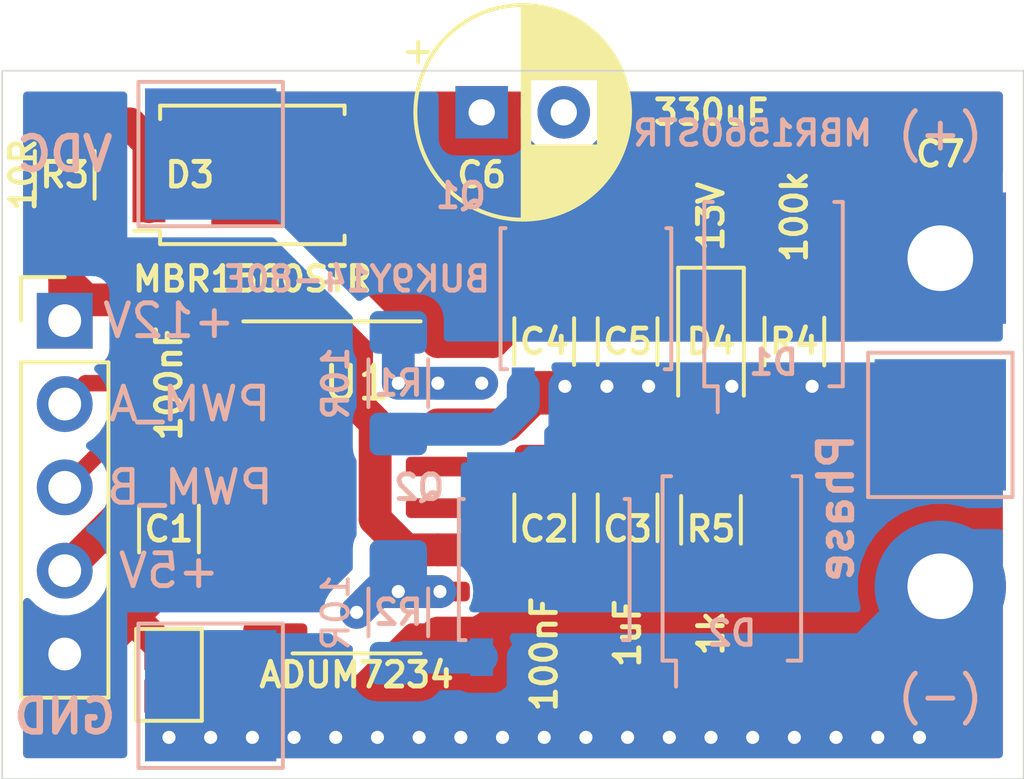
<source format=kicad_pcb>
(kicad_pcb (version 20171130) (host pcbnew "(5.1.9)-1")

  (general
    (thickness 1.6)
    (drawings 13)
    (tracks 188)
    (zones 0)
    (modules 24)
    (nets 20)
  )

  (page A4)
  (layers
    (0 F.Cu mixed)
    (1 In1.Cu mixed)
    (2 In2.Cu mixed)
    (31 B.Cu mixed)
    (32 B.Adhes user)
    (33 F.Adhes user)
    (34 B.Paste user)
    (35 F.Paste user)
    (36 B.SilkS user)
    (37 F.SilkS user)
    (38 B.Mask user)
    (39 F.Mask user)
    (40 Dwgs.User user)
    (41 Cmts.User user)
    (42 Eco1.User user)
    (43 Eco2.User user hide)
    (44 Edge.Cuts user)
    (45 Margin user)
    (46 B.CrtYd user)
    (47 F.CrtYd user)
    (48 B.Fab user hide)
    (49 F.Fab user hide)
  )

  (setup
    (last_trace_width 1)
    (trace_clearance 0.2)
    (zone_clearance 0.508)
    (zone_45_only no)
    (trace_min 0.2)
    (via_size 0.8)
    (via_drill 0.4)
    (via_min_size 0.4)
    (via_min_drill 0.3)
    (uvia_size 0.3)
    (uvia_drill 0.1)
    (uvias_allowed no)
    (uvia_min_size 0.2)
    (uvia_min_drill 0.1)
    (edge_width 0.05)
    (segment_width 0.2)
    (pcb_text_width 0.3)
    (pcb_text_size 1.5 1.5)
    (mod_edge_width 0.12)
    (mod_text_size 1 1)
    (mod_text_width 0.15)
    (pad_size 3.2 4.9)
    (pad_drill 0)
    (pad_to_mask_clearance 0)
    (aux_axis_origin 0 0)
    (visible_elements 7FFFFFFF)
    (pcbplotparams
      (layerselection 0x310fc_ffffffff)
      (usegerberextensions false)
      (usegerberattributes true)
      (usegerberadvancedattributes true)
      (creategerberjobfile true)
      (excludeedgelayer true)
      (linewidth 0.100000)
      (plotframeref false)
      (viasonmask false)
      (mode 1)
      (useauxorigin false)
      (hpglpennumber 1)
      (hpglpenspeed 20)
      (hpglpendiameter 15.000000)
      (psnegative false)
      (psa4output false)
      (plotreference true)
      (plotvalue true)
      (plotinvisibletext false)
      (padsonsilk false)
      (subtractmaskfromsilk false)
      (outputformat 1)
      (mirror false)
      (drillshape 0)
      (scaleselection 1)
      (outputdirectory "Gerber/"))
  )

  (net 0 "")
  (net 1 +VDC)
  (net 2 "Net-(Q1-Pad4)")
  (net 3 "Net-(Q2-Pad4)")
  (net 4 +12V)
  (net 5 "Net-(U1-Pad1)")
  (net 6 +5VD)
  (net 7 GNDD)
  (net 8 "Net-(U1-Pad6)")
  (net 9 "Net-(U1-Pad8)")
  (net 10 "Net-(U1-Pad12)")
  (net 11 "Net-(U1-Pad13)")
  (net 12 GND)
  (net 13 /PHASE)
  (net 14 /VDD)
  (net 15 "Net-(D3-Pad1)")
  (net 16 /V_OH)
  (net 17 /V_OL)
  (net 18 /PWM_A)
  (net 19 /PWM_B)

  (net_class Default "This is the default net class."
    (clearance 0.2)
    (trace_width 1)
    (via_dia 0.8)
    (via_drill 0.4)
    (uvia_dia 0.3)
    (uvia_drill 0.1)
    (add_net +12V)
    (add_net +5VD)
    (add_net /PHASE)
    (add_net /VDD)
    (add_net /V_OH)
    (add_net /V_OL)
    (add_net GND)
    (add_net GNDD)
    (add_net "Net-(D3-Pad1)")
    (add_net "Net-(Q1-Pad4)")
    (add_net "Net-(Q2-Pad4)")
    (add_net "Net-(U1-Pad1)")
    (add_net "Net-(U1-Pad12)")
    (add_net "Net-(U1-Pad13)")
    (add_net "Net-(U1-Pad6)")
    (add_net "Net-(U1-Pad8)")
  )

  (net_class Logic ""
    (clearance 0.2)
    (trace_width 0.5)
    (via_dia 0.8)
    (via_drill 0.4)
    (uvia_dia 0.3)
    (uvia_drill 0.1)
    (add_net /PWM_A)
    (add_net /PWM_B)
  )

  (net_class MOTOR_POWER ""
    (clearance 0.5)
    (trace_width 9)
    (via_dia 0.8)
    (via_drill 0.4)
    (uvia_dia 0.3)
    (uvia_drill 0.1)
    (add_net +VDC)
  )

  (module TestPoint:TestPoint_Pad_4.0x4.0mm (layer B.Cu) (tedit 5A0F774F) (tstamp 617904CC)
    (at 165.735 107.315 270)
    (descr "SMD rectangular pad as test Point, square 4.0mm side length")
    (tags "test point SMD pad rectangle square")
    (path /615DA61F)
    (attr virtual)
    (fp_text reference J2 (at -3.175 0 270) (layer B.SilkS) hide
      (effects (font (size 1 1) (thickness 0.15)) (justify mirror))
    )
    (fp_text value Conn (at 0.635 4.445) (layer B.Fab) hide
      (effects (font (size 1 1) (thickness 0.15)) (justify mirror))
    )
    (fp_line (start 2.5 -2.5) (end -2.5 -2.5) (layer B.CrtYd) (width 0.05))
    (fp_line (start 2.5 -2.5) (end 2.5 2.5) (layer B.CrtYd) (width 0.05))
    (fp_line (start -2.5 2.5) (end -2.5 -2.5) (layer B.CrtYd) (width 0.05))
    (fp_line (start -2.5 2.5) (end 2.5 2.5) (layer B.CrtYd) (width 0.05))
    (fp_line (start -2.2 -2.2) (end -2.2 2.2) (layer B.SilkS) (width 0.12))
    (fp_line (start 2.2 -2.2) (end -2.2 -2.2) (layer B.SilkS) (width 0.12))
    (fp_line (start 2.2 2.2) (end 2.2 -2.2) (layer B.SilkS) (width 0.12))
    (fp_line (start -2.2 2.2) (end 2.2 2.2) (layer B.SilkS) (width 0.12))
    (fp_text user %R (at 0 0) (layer B.Fab)
      (effects (font (size 1 1) (thickness 0.15)) (justify mirror))
    )
    (pad 1 smd rect (at 0 0 270) (size 4 4) (layers B.Cu B.Mask)
      (net 1 +VDC))
  )

  (module Package_TO_SOT_SMD:LFPAK56 (layer B.Cu) (tedit 5BA2E0B1) (tstamp 61799E05)
    (at 177.165 111.56 90)
    (descr "LFPAK56 https://assets.nexperia.com/documents/outline-drawing/SOT669.pdf")
    (tags "LFPAK56 SOT-669 Power-SO8")
    (path /614E2914)
    (solder_mask_margin 0.075)
    (solder_paste_margin -0.05)
    (attr smd)
    (fp_text reference Q1 (at 2.975 -3.81) (layer B.SilkS)
      (effects (font (size 0.75 0.75) (thickness 0.15)) (justify mirror))
    )
    (fp_text value BUK9Y14-80E (at 0.435 -6.985) (layer B.SilkS)
      (effects (font (size 0.75 0.75) (thickness 0.15)) (justify mirror))
    )
    (fp_line (start -3.67 -2.75) (end -3.67 2.75) (layer B.CrtYd) (width 0.05))
    (fp_line (start -3.67 -2.75) (end 3.67 -2.75) (layer B.CrtYd) (width 0.05))
    (fp_line (start 3.67 2.75) (end -3.67 2.75) (layer B.CrtYd) (width 0.05))
    (fp_line (start 3.67 2.75) (end 3.67 -2.75) (layer B.CrtYd) (width 0.05))
    (fp_line (start 1.885 -2.5) (end 1.885 2.5) (layer B.Fab) (width 0.1))
    (fp_line (start -2.215 -2.5) (end 1.885 -2.5) (layer B.Fab) (width 0.1))
    (fp_line (start -2.215 2.5) (end -2.215 -2.5) (layer B.Fab) (width 0.1))
    (fp_line (start 1.885 2.5) (end -2.215 2.5) (layer B.Fab) (width 0.1))
    (fp_line (start 3.185 2.2) (end 1.885 2.2) (layer B.Fab) (width 0.1))
    (fp_line (start 3.185 -2.2) (end 1.885 -2.2) (layer B.Fab) (width 0.1))
    (fp_line (start 3.185 2.2) (end 3.185 -2.2) (layer B.Fab) (width 0.1))
    (fp_line (start -3.215 1.65) (end -2.215 1.65) (layer B.Fab) (width 0.1))
    (fp_line (start -3.215 2.15) (end -2.215 2.15) (layer B.Fab) (width 0.1))
    (fp_line (start -3.215 2.15) (end -3.215 1.65) (layer B.Fab) (width 0.1))
    (fp_line (start -3.215 0.4) (end -2.215 0.4) (layer B.Fab) (width 0.1))
    (fp_line (start -3.215 0.85) (end -3.215 0.4) (layer B.Fab) (width 0.1))
    (fp_line (start -2.215 0.85) (end -3.215 0.85) (layer B.Fab) (width 0.1))
    (fp_line (start -3.215 -0.85) (end -2.215 -0.85) (layer B.Fab) (width 0.1))
    (fp_line (start -3.215 -0.4) (end -3.215 -0.85) (layer B.Fab) (width 0.1))
    (fp_line (start -2.215 -0.4) (end -3.215 -0.4) (layer B.Fab) (width 0.1))
    (fp_line (start -3.215 -2.15) (end -2.215 -2.15) (layer B.Fab) (width 0.1))
    (fp_line (start -3.215 -1.7) (end -3.215 -2.15) (layer B.Fab) (width 0.1))
    (fp_line (start -2.215 -1.7) (end -3.215 -1.7) (layer B.Fab) (width 0.1))
    (fp_line (start -2.315 2.6) (end -2.315 2.4) (layer B.SilkS) (width 0.12))
    (fp_line (start 1.985 2.6) (end -2.315 2.6) (layer B.SilkS) (width 0.12))
    (fp_line (start 1.985 2.45) (end 1.985 2.6) (layer B.SilkS) (width 0.12))
    (fp_line (start 1.985 -2.6) (end 1.985 -2.45) (layer B.SilkS) (width 0.12))
    (fp_line (start -2.315 -2.6) (end 1.985 -2.6) (layer B.SilkS) (width 0.12))
    (fp_line (start -2.315 -2.4) (end -2.315 -2.6) (layer B.SilkS) (width 0.12))
    (fp_text user %R (at 0 0) (layer B.Fab)
      (effects (font (size 1 1) (thickness 0.15)) (justify mirror))
    )
    (pad 5 smd custom (at 0.435 0 90) (size 3.3 4.2) (layers B.Cu B.Mask)
      (net 1 +VDC) (solder_mask_margin 0.07) (zone_connect 2)
      (options (clearance outline) (anchor rect))
      (primitives
        (gr_poly (pts
           (xy 1.425 2.35) (xy 2.975 2.35) (xy 2.975 -2.35) (xy 1.425 -2.35)) (width 0))
      ))
    (pad "" smd rect (at 0.185 0 90) (size 0.6 0.9) (layers B.Paste))
    (pad "" smd rect (at 2.885 -0.6 180) (size 0.6 0.9) (layers B.Paste))
    (pad 4 smd rect (at -2.835 -1.91 180) (size 0.7 1.15) (layers B.Cu B.Paste B.Mask)
      (net 2 "Net-(Q1-Pad4)") (solder_mask_margin 0.07) (solder_paste_margin -0.05))
    (pad 3 smd rect (at -2.835 -0.64 180) (size 0.7 1.15) (layers B.Cu B.Paste B.Mask)
      (net 13 /PHASE) (solder_mask_margin 0.07) (solder_paste_margin -0.05))
    (pad 1 smd rect (at -2.835 1.91 180) (size 0.7 1.15) (layers B.Cu B.Paste B.Mask)
      (net 13 /PHASE) (solder_mask_margin 0.07) (solder_paste_margin -0.05))
    (pad 2 smd rect (at -2.835 0.64 180) (size 0.7 1.15) (layers B.Cu B.Paste B.Mask)
      (net 13 /PHASE) (solder_mask_margin 0.07) (solder_paste_margin -0.05))
    (pad "" smd rect (at 2.885 0.6 180) (size 0.6 0.9) (layers B.Paste))
    (pad "" smd rect (at 2.885 -1.88 180) (size 0.6 0.9) (layers B.Paste))
    (pad "" smd rect (at 2.885 1.88 180) (size 0.6 0.9) (layers B.Paste))
    (pad "" smd rect (at -0.665 0 90) (size 0.6 0.9) (layers B.Paste))
    (pad "" smd rect (at 1.035 0 90) (size 0.6 0.9) (layers B.Paste))
    (pad "" smd rect (at 1.035 -1.15 90) (size 0.6 0.9) (layers B.Paste))
    (pad "" smd rect (at -0.665 -1.15 90) (size 0.6 0.9) (layers B.Paste))
    (pad "" smd rect (at 0.185 -1.15 90) (size 0.6 0.9) (layers B.Paste))
    (pad "" smd rect (at 1.035 1.15 90) (size 0.6 0.9) (layers B.Paste))
    (pad "" smd rect (at -0.665 1.15 90) (size 0.6 0.9) (layers B.Paste))
    (pad "" smd rect (at 0.185 1.15 90) (size 0.6 0.9) (layers B.Paste))
    (model ${KISYS3DMOD}/Package_TO_SOT_SMD.3dshapes/LFPAK56.wrl
      (at (xyz 0 0 0))
      (scale (xyz 1 1 1))
      (rotate (xyz 0 0 0))
    )
  )

  (module Package_TO_SOT_SMD:TO-277B (layer F.Cu) (tedit 5A747234) (tstamp 613552A7)
    (at 167.005 107.95 90)
    (descr "TO-227B https://media.digikey.com/pdf/Data%20Sheets/Littelfuse%20PDFs/DST2050S.pdf")
    (tags TO-277B)
    (path /614E29BC)
    (attr smd)
    (fp_text reference D3 (at 0 -1.905) (layer F.SilkS)
      (effects (font (size 0.75 0.75) (thickness 0.15)))
    )
    (fp_text value MBR1560STR (at -3.175 0) (layer F.SilkS)
      (effects (font (size 0.75 0.75) (thickness 0.15)))
    )
    (fp_line (start 2.11 -2.81) (end 1.7 -2.81) (layer F.SilkS) (width 0.12))
    (fp_line (start -1.7 -2.81) (end -2.11 -2.81) (layer F.SilkS) (width 0.12))
    (fp_line (start -2.11 -2.81) (end -2.11 2.81) (layer F.SilkS) (width 0.12))
    (fp_line (start 2.11 2.81) (end 2.11 -2.81) (layer F.SilkS) (width 0.12))
    (fp_line (start 1.99 2.69) (end 1.99 -2.69) (layer F.Fab) (width 0.1))
    (fp_line (start 1.99 -2.69) (end -1 -2.69) (layer F.Fab) (width 0.1))
    (fp_line (start -1.99 -1.69) (end -1.99 2.69) (layer F.Fab) (width 0.1))
    (fp_line (start -1.99 2.69) (end 1.99 2.69) (layer F.Fab) (width 0.1))
    (fp_line (start 1.85 3.9) (end -1.85 3.9) (layer F.CrtYd) (width 0.05))
    (fp_line (start 2.24 2.94) (end 2.24 -2.94) (layer F.CrtYd) (width 0.05))
    (fp_line (start -2.24 -2.94) (end -2.24 2.94) (layer F.CrtYd) (width 0.05))
    (fp_line (start -1.7 -3.9) (end 1.7 -3.9) (layer F.CrtYd) (width 0.05))
    (fp_line (start -1.7 -2.81) (end -1.7 -3.6) (layer F.SilkS) (width 0.12))
    (fp_line (start 2.11 2.81) (end 1.85 2.81) (layer F.SilkS) (width 0.12))
    (fp_line (start -1.85 2.81) (end -2.11 2.81) (layer F.SilkS) (width 0.12))
    (fp_line (start -1.99 -1.69) (end -0.99 -2.69) (layer F.Fab) (width 0.1))
    (fp_line (start -2.24 -2.94) (end -1.7 -2.94) (layer F.CrtYd) (width 0.05))
    (fp_line (start -1.7 -2.94) (end -1.7 -3.9) (layer F.CrtYd) (width 0.05))
    (fp_line (start 1.7 -2.94) (end 1.7 -3.9) (layer F.CrtYd) (width 0.05))
    (fp_line (start 1.7 -2.94) (end 2.24 -2.94) (layer F.CrtYd) (width 0.05))
    (fp_line (start -2.24 2.94) (end -1.85 2.94) (layer F.CrtYd) (width 0.05))
    (fp_line (start -1.85 3.9) (end -1.85 2.94) (layer F.CrtYd) (width 0.05))
    (fp_line (start 1.85 3.9) (end 1.85 2.94) (layer F.CrtYd) (width 0.05))
    (fp_line (start 1.85 2.94) (end 2.24 2.94) (layer F.CrtYd) (width 0.05))
    (fp_text user %R (at 0 0 90) (layer F.Fab)
      (effects (font (size 0.9 0.9) (thickness 0.15)))
    )
    (pad 1 smd rect (at -0.97 -3.15 90) (size 0.95 1) (layers F.Cu F.Paste F.Mask)
      (net 15 "Net-(D3-Pad1)"))
    (pad 3 smd rect (at 0 1.2 90) (size 3.2 4.9) (layers F.Cu F.Mask)
      (net 14 /VDD))
    (pad 2 smd rect (at 0.97 -3.15 90) (size 0.95 1) (layers F.Cu F.Paste F.Mask)
      (net 15 "Net-(D3-Pad1)"))
    (pad "" smd rect (at -0.9 -0.6 90) (size 1.3 1.2) (layers F.Paste))
    (pad "" smd rect (at -0.9 1.2 90) (size 1.3 1.2) (layers F.Paste))
    (pad "" smd rect (at 0.9 -0.6 90) (size 1.3 1.2) (layers F.Paste))
    (pad "" smd rect (at 0.9 1.2 90) (size 1.3 1.2) (layers F.Paste))
    (pad "" smd rect (at -0.9 3 90) (size 1.3 1.2) (layers F.Paste))
    (pad "" smd rect (at 0.9 3 90) (size 1.3 1.2) (layers F.Paste))
    (model ${KISYS3DMOD}/Package_TO_SOT_SMD.3dshapes/TO-277B.wrl
      (at (xyz 0 0 0))
      (scale (xyz 1 1 1))
      (rotate (xyz 0 0 0))
    )
  )

  (module Cap_No_Silk:CP_Radial_D35.0mm_P10.00mm_SnapIn (layer F.Cu) (tedit 61354643) (tstamp 6137EB22)
    (at 187.96 110.49 270)
    (descr "CP, Radial series, Radial, pin pitch=10.00mm, , diameter=35mm, Electrolytic Capacitor, , http://www.vishay.com/docs/28342/058059pll-si.pdf")
    (tags "CP Radial series Radial pin pitch 10.00mm  diameter 35mm Electrolytic Capacitor")
    (path /612DD27A)
    (fp_text reference C7 (at -3.175 0 180) (layer F.SilkS)
      (effects (font (size 0.75 0.75) (thickness 0.15)))
    )
    (fp_text value "22 mF" (at 5.555 0 180) (layer F.Fab)
      (effects (font (size 1 1) (thickness 0.15)))
    )
    (fp_text user %R (at 3.65 0 180) (layer F.Fab)
      (effects (font (size 1 1) (thickness 0.15)))
    )
    (pad 2 thru_hole circle (at 10 0 270) (size 4 4) (drill 2) (layers *.Cu *.Mask)
      (net 12 GND))
    (pad 1 thru_hole rect (at 0 0 270) (size 4 4) (drill 2) (layers *.Cu *.Mask)
      (net 1 +VDC))
  )

  (module Capacitor_SMD:C_1206_3216Metric_Pad1.33x1.80mm_HandSolder (layer F.Cu) (tedit 5F68FEEF) (tstamp 6135515D)
    (at 164.465 118.745 270)
    (descr "Capacitor SMD 1206 (3216 Metric), square (rectangular) end terminal, IPC_7351 nominal with elongated pad for handsoldering. (Body size source: IPC-SM-782 page 76, https://www.pcb-3d.com/wordpress/wp-content/uploads/ipc-sm-782a_amendment_1_and_2.pdf), generated with kicad-footprint-generator")
    (tags "capacitor handsolder")
    (path /614E29CB)
    (attr smd)
    (fp_text reference C1 (at 0 0) (layer F.SilkS)
      (effects (font (size 0.75 0.75) (thickness 0.15)))
    )
    (fp_text value 100nF (at -4.445 0 270) (layer F.SilkS)
      (effects (font (size 0.75 0.75) (thickness 0.15)))
    )
    (fp_line (start -1.6 0.8) (end -1.6 -0.8) (layer F.Fab) (width 0.1))
    (fp_line (start -1.6 -0.8) (end 1.6 -0.8) (layer F.Fab) (width 0.1))
    (fp_line (start 1.6 -0.8) (end 1.6 0.8) (layer F.Fab) (width 0.1))
    (fp_line (start 1.6 0.8) (end -1.6 0.8) (layer F.Fab) (width 0.1))
    (fp_line (start -0.711252 -0.91) (end 0.711252 -0.91) (layer F.SilkS) (width 0.12))
    (fp_line (start -0.711252 0.91) (end 0.711252 0.91) (layer F.SilkS) (width 0.12))
    (fp_line (start -2.48 1.15) (end -2.48 -1.15) (layer F.CrtYd) (width 0.05))
    (fp_line (start -2.48 -1.15) (end 2.48 -1.15) (layer F.CrtYd) (width 0.05))
    (fp_line (start 2.48 -1.15) (end 2.48 1.15) (layer F.CrtYd) (width 0.05))
    (fp_line (start 2.48 1.15) (end -2.48 1.15) (layer F.CrtYd) (width 0.05))
    (fp_text user %R (at 0 0 90) (layer F.Fab)
      (effects (font (size 0.8 0.8) (thickness 0.12)))
    )
    (pad 1 smd roundrect (at -1.5625 0 270) (size 1.325 1.8) (layers F.Cu F.Paste F.Mask) (roundrect_rratio 0.1886777358490566)
      (net 6 +5VD))
    (pad 2 smd roundrect (at 1.5625 0 270) (size 1.325 1.8) (layers F.Cu F.Paste F.Mask) (roundrect_rratio 0.1886777358490566)
      (net 7 GNDD))
    (model ${KISYS3DMOD}/Capacitor_SMD.3dshapes/C_1206_3216Metric.wrl
      (at (xyz 0 0 0))
      (scale (xyz 1 1 1))
      (rotate (xyz 0 0 0))
    )
  )

  (module Capacitor_SMD:C_1206_3216Metric_Pad1.33x1.80mm_HandSolder (layer F.Cu) (tedit 5F68FEEF) (tstamp 6135516E)
    (at 175.895 118.4025 270)
    (descr "Capacitor SMD 1206 (3216 Metric), square (rectangular) end terminal, IPC_7351 nominal with elongated pad for handsoldering. (Body size source: IPC-SM-782 page 76, https://www.pcb-3d.com/wordpress/wp-content/uploads/ipc-sm-782a_amendment_1_and_2.pdf), generated with kicad-footprint-generator")
    (tags "capacitor handsolder")
    (path /614E2A10)
    (attr smd)
    (fp_text reference C2 (at 0.3425 0 180) (layer F.SilkS)
      (effects (font (size 0.75 0.75) (thickness 0.15)))
    )
    (fp_text value 100nF (at 4.1525 0 90) (layer F.SilkS)
      (effects (font (size 0.75 0.75) (thickness 0.15)))
    )
    (fp_line (start 2.48 1.15) (end -2.48 1.15) (layer F.CrtYd) (width 0.05))
    (fp_line (start 2.48 -1.15) (end 2.48 1.15) (layer F.CrtYd) (width 0.05))
    (fp_line (start -2.48 -1.15) (end 2.48 -1.15) (layer F.CrtYd) (width 0.05))
    (fp_line (start -2.48 1.15) (end -2.48 -1.15) (layer F.CrtYd) (width 0.05))
    (fp_line (start -0.711252 0.91) (end 0.711252 0.91) (layer F.SilkS) (width 0.12))
    (fp_line (start -0.711252 -0.91) (end 0.711252 -0.91) (layer F.SilkS) (width 0.12))
    (fp_line (start 1.6 0.8) (end -1.6 0.8) (layer F.Fab) (width 0.1))
    (fp_line (start 1.6 -0.8) (end 1.6 0.8) (layer F.Fab) (width 0.1))
    (fp_line (start -1.6 -0.8) (end 1.6 -0.8) (layer F.Fab) (width 0.1))
    (fp_line (start -1.6 0.8) (end -1.6 -0.8) (layer F.Fab) (width 0.1))
    (fp_text user %R (at 0 0 90) (layer F.Fab)
      (effects (font (size 0.8 0.8) (thickness 0.12)))
    )
    (pad 2 smd roundrect (at 1.5625 0 270) (size 1.325 1.8) (layers F.Cu F.Paste F.Mask) (roundrect_rratio 0.1886777358490566)
      (net 12 GND))
    (pad 1 smd roundrect (at -1.5625 0 270) (size 1.325 1.8) (layers F.Cu F.Paste F.Mask) (roundrect_rratio 0.1886777358490566)
      (net 4 +12V))
    (model ${KISYS3DMOD}/Capacitor_SMD.3dshapes/C_1206_3216Metric.wrl
      (at (xyz 0 0 0))
      (scale (xyz 1 1 1))
      (rotate (xyz 0 0 0))
    )
  )

  (module Capacitor_SMD:C_1206_3216Metric_Pad1.33x1.80mm_HandSolder (layer F.Cu) (tedit 5F68FEEF) (tstamp 6135517F)
    (at 178.435 118.4025 270)
    (descr "Capacitor SMD 1206 (3216 Metric), square (rectangular) end terminal, IPC_7351 nominal with elongated pad for handsoldering. (Body size source: IPC-SM-782 page 76, https://www.pcb-3d.com/wordpress/wp-content/uploads/ipc-sm-782a_amendment_1_and_2.pdf), generated with kicad-footprint-generator")
    (tags "capacitor handsolder")
    (path /614E2A24)
    (attr smd)
    (fp_text reference C3 (at 0.3425 0 180) (layer F.SilkS)
      (effects (font (size 0.75 0.75) (thickness 0.15)))
    )
    (fp_text value 1uF (at 3.5175 0 270) (layer F.SilkS)
      (effects (font (size 0.75 0.75) (thickness 0.15)))
    )
    (fp_line (start -1.6 0.8) (end -1.6 -0.8) (layer F.Fab) (width 0.1))
    (fp_line (start -1.6 -0.8) (end 1.6 -0.8) (layer F.Fab) (width 0.1))
    (fp_line (start 1.6 -0.8) (end 1.6 0.8) (layer F.Fab) (width 0.1))
    (fp_line (start 1.6 0.8) (end -1.6 0.8) (layer F.Fab) (width 0.1))
    (fp_line (start -0.711252 -0.91) (end 0.711252 -0.91) (layer F.SilkS) (width 0.12))
    (fp_line (start -0.711252 0.91) (end 0.711252 0.91) (layer F.SilkS) (width 0.12))
    (fp_line (start -2.48 1.15) (end -2.48 -1.15) (layer F.CrtYd) (width 0.05))
    (fp_line (start -2.48 -1.15) (end 2.48 -1.15) (layer F.CrtYd) (width 0.05))
    (fp_line (start 2.48 -1.15) (end 2.48 1.15) (layer F.CrtYd) (width 0.05))
    (fp_line (start 2.48 1.15) (end -2.48 1.15) (layer F.CrtYd) (width 0.05))
    (fp_text user %R (at 0 0 270) (layer F.Fab)
      (effects (font (size 0.8 0.8) (thickness 0.12)))
    )
    (pad 1 smd roundrect (at -1.5625 0 270) (size 1.325 1.8) (layers F.Cu F.Paste F.Mask) (roundrect_rratio 0.1886777358490566)
      (net 4 +12V))
    (pad 2 smd roundrect (at 1.5625 0 270) (size 1.325 1.8) (layers F.Cu F.Paste F.Mask) (roundrect_rratio 0.1886777358490566)
      (net 12 GND))
    (model ${KISYS3DMOD}/Capacitor_SMD.3dshapes/C_1206_3216Metric.wrl
      (at (xyz 0 0 0))
      (scale (xyz 1 1 1))
      (rotate (xyz 0 0 0))
    )
  )

  (module Capacitor_SMD:C_1206_3216Metric_Pad1.33x1.80mm_HandSolder (layer F.Cu) (tedit 5F68FEEF) (tstamp 61355190)
    (at 175.895 113.03 270)
    (descr "Capacitor SMD 1206 (3216 Metric), square (rectangular) end terminal, IPC_7351 nominal with elongated pad for handsoldering. (Body size source: IPC-SM-782 page 76, https://www.pcb-3d.com/wordpress/wp-content/uploads/ipc-sm-782a_amendment_1_and_2.pdf), generated with kicad-footprint-generator")
    (tags "capacitor handsolder")
    (path /614E2A2C)
    (attr smd)
    (fp_text reference C4 (at 0 0 180) (layer F.SilkS)
      (effects (font (size 0.75 0.75) (thickness 0.15)))
    )
    (fp_text value "0.1 uF" (at -6.35 0 90) (layer F.Fab)
      (effects (font (size 1 1) (thickness 0.15)))
    )
    (fp_line (start 2.48 1.15) (end -2.48 1.15) (layer F.CrtYd) (width 0.05))
    (fp_line (start 2.48 -1.15) (end 2.48 1.15) (layer F.CrtYd) (width 0.05))
    (fp_line (start -2.48 -1.15) (end 2.48 -1.15) (layer F.CrtYd) (width 0.05))
    (fp_line (start -2.48 1.15) (end -2.48 -1.15) (layer F.CrtYd) (width 0.05))
    (fp_line (start -0.711252 0.91) (end 0.711252 0.91) (layer F.SilkS) (width 0.12))
    (fp_line (start -0.711252 -0.91) (end 0.711252 -0.91) (layer F.SilkS) (width 0.12))
    (fp_line (start 1.6 0.8) (end -1.6 0.8) (layer F.Fab) (width 0.1))
    (fp_line (start 1.6 -0.8) (end 1.6 0.8) (layer F.Fab) (width 0.1))
    (fp_line (start -1.6 -0.8) (end 1.6 -0.8) (layer F.Fab) (width 0.1))
    (fp_line (start -1.6 0.8) (end -1.6 -0.8) (layer F.Fab) (width 0.1))
    (fp_text user %R (at 0 0 90) (layer F.Fab)
      (effects (font (size 0.8 0.8) (thickness 0.12)))
    )
    (pad 2 smd roundrect (at 1.5625 0 270) (size 1.325 1.8) (layers F.Cu F.Paste F.Mask) (roundrect_rratio 0.1886777358490566)
      (net 13 /PHASE))
    (pad 1 smd roundrect (at -1.5625 0 270) (size 1.325 1.8) (layers F.Cu F.Paste F.Mask) (roundrect_rratio 0.1886777358490566)
      (net 14 /VDD))
    (model ${KISYS3DMOD}/Capacitor_SMD.3dshapes/C_1206_3216Metric.wrl
      (at (xyz 0 0 0))
      (scale (xyz 1 1 1))
      (rotate (xyz 0 0 0))
    )
  )

  (module Capacitor_SMD:C_1206_3216Metric_Pad1.33x1.80mm_HandSolder (layer F.Cu) (tedit 5F68FEEF) (tstamp 613551A1)
    (at 178.435 113.03 270)
    (descr "Capacitor SMD 1206 (3216 Metric), square (rectangular) end terminal, IPC_7351 nominal with elongated pad for handsoldering. (Body size source: IPC-SM-782 page 76, https://www.pcb-3d.com/wordpress/wp-content/uploads/ipc-sm-782a_amendment_1_and_2.pdf), generated with kicad-footprint-generator")
    (tags "capacitor handsolder")
    (path /614E2A32)
    (attr smd)
    (fp_text reference C5 (at 0 0 180) (layer F.SilkS)
      (effects (font (size 0.75 0.75) (thickness 0.15)))
    )
    (fp_text value "1 uF" (at -5.715 0 90) (layer F.Fab)
      (effects (font (size 1 1) (thickness 0.15)))
    )
    (fp_line (start -1.6 0.8) (end -1.6 -0.8) (layer F.Fab) (width 0.1))
    (fp_line (start -1.6 -0.8) (end 1.6 -0.8) (layer F.Fab) (width 0.1))
    (fp_line (start 1.6 -0.8) (end 1.6 0.8) (layer F.Fab) (width 0.1))
    (fp_line (start 1.6 0.8) (end -1.6 0.8) (layer F.Fab) (width 0.1))
    (fp_line (start -0.711252 -0.91) (end 0.711252 -0.91) (layer F.SilkS) (width 0.12))
    (fp_line (start -0.711252 0.91) (end 0.711252 0.91) (layer F.SilkS) (width 0.12))
    (fp_line (start -2.48 1.15) (end -2.48 -1.15) (layer F.CrtYd) (width 0.05))
    (fp_line (start -2.48 -1.15) (end 2.48 -1.15) (layer F.CrtYd) (width 0.05))
    (fp_line (start 2.48 -1.15) (end 2.48 1.15) (layer F.CrtYd) (width 0.05))
    (fp_line (start 2.48 1.15) (end -2.48 1.15) (layer F.CrtYd) (width 0.05))
    (fp_text user %R (at 0 0 90) (layer F.Fab)
      (effects (font (size 0.8 0.8) (thickness 0.12)))
    )
    (pad 1 smd roundrect (at -1.5625 0 270) (size 1.325 1.8) (layers F.Cu F.Paste F.Mask) (roundrect_rratio 0.1886777358490566)
      (net 14 /VDD))
    (pad 2 smd roundrect (at 1.5625 0 270) (size 1.325 1.8) (layers F.Cu F.Paste F.Mask) (roundrect_rratio 0.1886777358490566)
      (net 13 /PHASE))
    (model ${KISYS3DMOD}/Capacitor_SMD.3dshapes/C_1206_3216Metric.wrl
      (at (xyz 0 0 0))
      (scale (xyz 1 1 1))
      (rotate (xyz 0 0 0))
    )
  )

  (module Capacitor_THT:CP_Radial_D6.3mm_P2.50mm (layer F.Cu) (tedit 5AE50EF0) (tstamp 61359882)
    (at 173.99 106.045)
    (descr "CP, Radial series, Radial, pin pitch=2.50mm, , diameter=6.3mm, Electrolytic Capacitor")
    (tags "CP Radial series Radial pin pitch 2.50mm  diameter 6.3mm Electrolytic Capacitor")
    (path /614E294B)
    (fp_text reference C6 (at 0 1.905) (layer F.SilkS)
      (effects (font (size 0.75 0.75) (thickness 0.15)))
    )
    (fp_text value 330uF (at 6.985 0) (layer F.SilkS)
      (effects (font (size 0.75 0.75) (thickness 0.15)))
    )
    (fp_circle (center 1.25 0) (end 4.4 0) (layer F.Fab) (width 0.1))
    (fp_circle (center 1.25 0) (end 4.52 0) (layer F.SilkS) (width 0.12))
    (fp_circle (center 1.25 0) (end 4.65 0) (layer F.CrtYd) (width 0.05))
    (fp_line (start -1.443972 -1.3735) (end -0.813972 -1.3735) (layer F.Fab) (width 0.1))
    (fp_line (start -1.128972 -1.6885) (end -1.128972 -1.0585) (layer F.Fab) (width 0.1))
    (fp_line (start 1.25 -3.23) (end 1.25 3.23) (layer F.SilkS) (width 0.12))
    (fp_line (start 1.29 -3.23) (end 1.29 3.23) (layer F.SilkS) (width 0.12))
    (fp_line (start 1.33 -3.23) (end 1.33 3.23) (layer F.SilkS) (width 0.12))
    (fp_line (start 1.37 -3.228) (end 1.37 3.228) (layer F.SilkS) (width 0.12))
    (fp_line (start 1.41 -3.227) (end 1.41 3.227) (layer F.SilkS) (width 0.12))
    (fp_line (start 1.45 -3.224) (end 1.45 3.224) (layer F.SilkS) (width 0.12))
    (fp_line (start 1.49 -3.222) (end 1.49 -1.04) (layer F.SilkS) (width 0.12))
    (fp_line (start 1.49 1.04) (end 1.49 3.222) (layer F.SilkS) (width 0.12))
    (fp_line (start 1.53 -3.218) (end 1.53 -1.04) (layer F.SilkS) (width 0.12))
    (fp_line (start 1.53 1.04) (end 1.53 3.218) (layer F.SilkS) (width 0.12))
    (fp_line (start 1.57 -3.215) (end 1.57 -1.04) (layer F.SilkS) (width 0.12))
    (fp_line (start 1.57 1.04) (end 1.57 3.215) (layer F.SilkS) (width 0.12))
    (fp_line (start 1.61 -3.211) (end 1.61 -1.04) (layer F.SilkS) (width 0.12))
    (fp_line (start 1.61 1.04) (end 1.61 3.211) (layer F.SilkS) (width 0.12))
    (fp_line (start 1.65 -3.206) (end 1.65 -1.04) (layer F.SilkS) (width 0.12))
    (fp_line (start 1.65 1.04) (end 1.65 3.206) (layer F.SilkS) (width 0.12))
    (fp_line (start 1.69 -3.201) (end 1.69 -1.04) (layer F.SilkS) (width 0.12))
    (fp_line (start 1.69 1.04) (end 1.69 3.201) (layer F.SilkS) (width 0.12))
    (fp_line (start 1.73 -3.195) (end 1.73 -1.04) (layer F.SilkS) (width 0.12))
    (fp_line (start 1.73 1.04) (end 1.73 3.195) (layer F.SilkS) (width 0.12))
    (fp_line (start 1.77 -3.189) (end 1.77 -1.04) (layer F.SilkS) (width 0.12))
    (fp_line (start 1.77 1.04) (end 1.77 3.189) (layer F.SilkS) (width 0.12))
    (fp_line (start 1.81 -3.182) (end 1.81 -1.04) (layer F.SilkS) (width 0.12))
    (fp_line (start 1.81 1.04) (end 1.81 3.182) (layer F.SilkS) (width 0.12))
    (fp_line (start 1.85 -3.175) (end 1.85 -1.04) (layer F.SilkS) (width 0.12))
    (fp_line (start 1.85 1.04) (end 1.85 3.175) (layer F.SilkS) (width 0.12))
    (fp_line (start 1.89 -3.167) (end 1.89 -1.04) (layer F.SilkS) (width 0.12))
    (fp_line (start 1.89 1.04) (end 1.89 3.167) (layer F.SilkS) (width 0.12))
    (fp_line (start 1.93 -3.159) (end 1.93 -1.04) (layer F.SilkS) (width 0.12))
    (fp_line (start 1.93 1.04) (end 1.93 3.159) (layer F.SilkS) (width 0.12))
    (fp_line (start 1.971 -3.15) (end 1.971 -1.04) (layer F.SilkS) (width 0.12))
    (fp_line (start 1.971 1.04) (end 1.971 3.15) (layer F.SilkS) (width 0.12))
    (fp_line (start 2.011 -3.141) (end 2.011 -1.04) (layer F.SilkS) (width 0.12))
    (fp_line (start 2.011 1.04) (end 2.011 3.141) (layer F.SilkS) (width 0.12))
    (fp_line (start 2.051 -3.131) (end 2.051 -1.04) (layer F.SilkS) (width 0.12))
    (fp_line (start 2.051 1.04) (end 2.051 3.131) (layer F.SilkS) (width 0.12))
    (fp_line (start 2.091 -3.121) (end 2.091 -1.04) (layer F.SilkS) (width 0.12))
    (fp_line (start 2.091 1.04) (end 2.091 3.121) (layer F.SilkS) (width 0.12))
    (fp_line (start 2.131 -3.11) (end 2.131 -1.04) (layer F.SilkS) (width 0.12))
    (fp_line (start 2.131 1.04) (end 2.131 3.11) (layer F.SilkS) (width 0.12))
    (fp_line (start 2.171 -3.098) (end 2.171 -1.04) (layer F.SilkS) (width 0.12))
    (fp_line (start 2.171 1.04) (end 2.171 3.098) (layer F.SilkS) (width 0.12))
    (fp_line (start 2.211 -3.086) (end 2.211 -1.04) (layer F.SilkS) (width 0.12))
    (fp_line (start 2.211 1.04) (end 2.211 3.086) (layer F.SilkS) (width 0.12))
    (fp_line (start 2.251 -3.074) (end 2.251 -1.04) (layer F.SilkS) (width 0.12))
    (fp_line (start 2.251 1.04) (end 2.251 3.074) (layer F.SilkS) (width 0.12))
    (fp_line (start 2.291 -3.061) (end 2.291 -1.04) (layer F.SilkS) (width 0.12))
    (fp_line (start 2.291 1.04) (end 2.291 3.061) (layer F.SilkS) (width 0.12))
    (fp_line (start 2.331 -3.047) (end 2.331 -1.04) (layer F.SilkS) (width 0.12))
    (fp_line (start 2.331 1.04) (end 2.331 3.047) (layer F.SilkS) (width 0.12))
    (fp_line (start 2.371 -3.033) (end 2.371 -1.04) (layer F.SilkS) (width 0.12))
    (fp_line (start 2.371 1.04) (end 2.371 3.033) (layer F.SilkS) (width 0.12))
    (fp_line (start 2.411 -3.018) (end 2.411 -1.04) (layer F.SilkS) (width 0.12))
    (fp_line (start 2.411 1.04) (end 2.411 3.018) (layer F.SilkS) (width 0.12))
    (fp_line (start 2.451 -3.002) (end 2.451 -1.04) (layer F.SilkS) (width 0.12))
    (fp_line (start 2.451 1.04) (end 2.451 3.002) (layer F.SilkS) (width 0.12))
    (fp_line (start 2.491 -2.986) (end 2.491 -1.04) (layer F.SilkS) (width 0.12))
    (fp_line (start 2.491 1.04) (end 2.491 2.986) (layer F.SilkS) (width 0.12))
    (fp_line (start 2.531 -2.97) (end 2.531 -1.04) (layer F.SilkS) (width 0.12))
    (fp_line (start 2.531 1.04) (end 2.531 2.97) (layer F.SilkS) (width 0.12))
    (fp_line (start 2.571 -2.952) (end 2.571 -1.04) (layer F.SilkS) (width 0.12))
    (fp_line (start 2.571 1.04) (end 2.571 2.952) (layer F.SilkS) (width 0.12))
    (fp_line (start 2.611 -2.934) (end 2.611 -1.04) (layer F.SilkS) (width 0.12))
    (fp_line (start 2.611 1.04) (end 2.611 2.934) (layer F.SilkS) (width 0.12))
    (fp_line (start 2.651 -2.916) (end 2.651 -1.04) (layer F.SilkS) (width 0.12))
    (fp_line (start 2.651 1.04) (end 2.651 2.916) (layer F.SilkS) (width 0.12))
    (fp_line (start 2.691 -2.896) (end 2.691 -1.04) (layer F.SilkS) (width 0.12))
    (fp_line (start 2.691 1.04) (end 2.691 2.896) (layer F.SilkS) (width 0.12))
    (fp_line (start 2.731 -2.876) (end 2.731 -1.04) (layer F.SilkS) (width 0.12))
    (fp_line (start 2.731 1.04) (end 2.731 2.876) (layer F.SilkS) (width 0.12))
    (fp_line (start 2.771 -2.856) (end 2.771 -1.04) (layer F.SilkS) (width 0.12))
    (fp_line (start 2.771 1.04) (end 2.771 2.856) (layer F.SilkS) (width 0.12))
    (fp_line (start 2.811 -2.834) (end 2.811 -1.04) (layer F.SilkS) (width 0.12))
    (fp_line (start 2.811 1.04) (end 2.811 2.834) (layer F.SilkS) (width 0.12))
    (fp_line (start 2.851 -2.812) (end 2.851 -1.04) (layer F.SilkS) (width 0.12))
    (fp_line (start 2.851 1.04) (end 2.851 2.812) (layer F.SilkS) (width 0.12))
    (fp_line (start 2.891 -2.79) (end 2.891 -1.04) (layer F.SilkS) (width 0.12))
    (fp_line (start 2.891 1.04) (end 2.891 2.79) (layer F.SilkS) (width 0.12))
    (fp_line (start 2.931 -2.766) (end 2.931 -1.04) (layer F.SilkS) (width 0.12))
    (fp_line (start 2.931 1.04) (end 2.931 2.766) (layer F.SilkS) (width 0.12))
    (fp_line (start 2.971 -2.742) (end 2.971 -1.04) (layer F.SilkS) (width 0.12))
    (fp_line (start 2.971 1.04) (end 2.971 2.742) (layer F.SilkS) (width 0.12))
    (fp_line (start 3.011 -2.716) (end 3.011 -1.04) (layer F.SilkS) (width 0.12))
    (fp_line (start 3.011 1.04) (end 3.011 2.716) (layer F.SilkS) (width 0.12))
    (fp_line (start 3.051 -2.69) (end 3.051 -1.04) (layer F.SilkS) (width 0.12))
    (fp_line (start 3.051 1.04) (end 3.051 2.69) (layer F.SilkS) (width 0.12))
    (fp_line (start 3.091 -2.664) (end 3.091 -1.04) (layer F.SilkS) (width 0.12))
    (fp_line (start 3.091 1.04) (end 3.091 2.664) (layer F.SilkS) (width 0.12))
    (fp_line (start 3.131 -2.636) (end 3.131 -1.04) (layer F.SilkS) (width 0.12))
    (fp_line (start 3.131 1.04) (end 3.131 2.636) (layer F.SilkS) (width 0.12))
    (fp_line (start 3.171 -2.607) (end 3.171 -1.04) (layer F.SilkS) (width 0.12))
    (fp_line (start 3.171 1.04) (end 3.171 2.607) (layer F.SilkS) (width 0.12))
    (fp_line (start 3.211 -2.578) (end 3.211 -1.04) (layer F.SilkS) (width 0.12))
    (fp_line (start 3.211 1.04) (end 3.211 2.578) (layer F.SilkS) (width 0.12))
    (fp_line (start 3.251 -2.548) (end 3.251 -1.04) (layer F.SilkS) (width 0.12))
    (fp_line (start 3.251 1.04) (end 3.251 2.548) (layer F.SilkS) (width 0.12))
    (fp_line (start 3.291 -2.516) (end 3.291 -1.04) (layer F.SilkS) (width 0.12))
    (fp_line (start 3.291 1.04) (end 3.291 2.516) (layer F.SilkS) (width 0.12))
    (fp_line (start 3.331 -2.484) (end 3.331 -1.04) (layer F.SilkS) (width 0.12))
    (fp_line (start 3.331 1.04) (end 3.331 2.484) (layer F.SilkS) (width 0.12))
    (fp_line (start 3.371 -2.45) (end 3.371 -1.04) (layer F.SilkS) (width 0.12))
    (fp_line (start 3.371 1.04) (end 3.371 2.45) (layer F.SilkS) (width 0.12))
    (fp_line (start 3.411 -2.416) (end 3.411 -1.04) (layer F.SilkS) (width 0.12))
    (fp_line (start 3.411 1.04) (end 3.411 2.416) (layer F.SilkS) (width 0.12))
    (fp_line (start 3.451 -2.38) (end 3.451 -1.04) (layer F.SilkS) (width 0.12))
    (fp_line (start 3.451 1.04) (end 3.451 2.38) (layer F.SilkS) (width 0.12))
    (fp_line (start 3.491 -2.343) (end 3.491 -1.04) (layer F.SilkS) (width 0.12))
    (fp_line (start 3.491 1.04) (end 3.491 2.343) (layer F.SilkS) (width 0.12))
    (fp_line (start 3.531 -2.305) (end 3.531 -1.04) (layer F.SilkS) (width 0.12))
    (fp_line (start 3.531 1.04) (end 3.531 2.305) (layer F.SilkS) (width 0.12))
    (fp_line (start 3.571 -2.265) (end 3.571 2.265) (layer F.SilkS) (width 0.12))
    (fp_line (start 3.611 -2.224) (end 3.611 2.224) (layer F.SilkS) (width 0.12))
    (fp_line (start 3.651 -2.182) (end 3.651 2.182) (layer F.SilkS) (width 0.12))
    (fp_line (start 3.691 -2.137) (end 3.691 2.137) (layer F.SilkS) (width 0.12))
    (fp_line (start 3.731 -2.092) (end 3.731 2.092) (layer F.SilkS) (width 0.12))
    (fp_line (start 3.771 -2.044) (end 3.771 2.044) (layer F.SilkS) (width 0.12))
    (fp_line (start 3.811 -1.995) (end 3.811 1.995) (layer F.SilkS) (width 0.12))
    (fp_line (start 3.851 -1.944) (end 3.851 1.944) (layer F.SilkS) (width 0.12))
    (fp_line (start 3.891 -1.89) (end 3.891 1.89) (layer F.SilkS) (width 0.12))
    (fp_line (start 3.931 -1.834) (end 3.931 1.834) (layer F.SilkS) (width 0.12))
    (fp_line (start 3.971 -1.776) (end 3.971 1.776) (layer F.SilkS) (width 0.12))
    (fp_line (start 4.011 -1.714) (end 4.011 1.714) (layer F.SilkS) (width 0.12))
    (fp_line (start 4.051 -1.65) (end 4.051 1.65) (layer F.SilkS) (width 0.12))
    (fp_line (start 4.091 -1.581) (end 4.091 1.581) (layer F.SilkS) (width 0.12))
    (fp_line (start 4.131 -1.509) (end 4.131 1.509) (layer F.SilkS) (width 0.12))
    (fp_line (start 4.171 -1.432) (end 4.171 1.432) (layer F.SilkS) (width 0.12))
    (fp_line (start 4.211 -1.35) (end 4.211 1.35) (layer F.SilkS) (width 0.12))
    (fp_line (start 4.251 -1.262) (end 4.251 1.262) (layer F.SilkS) (width 0.12))
    (fp_line (start 4.291 -1.165) (end 4.291 1.165) (layer F.SilkS) (width 0.12))
    (fp_line (start 4.331 -1.059) (end 4.331 1.059) (layer F.SilkS) (width 0.12))
    (fp_line (start 4.371 -0.94) (end 4.371 0.94) (layer F.SilkS) (width 0.12))
    (fp_line (start 4.411 -0.802) (end 4.411 0.802) (layer F.SilkS) (width 0.12))
    (fp_line (start 4.451 -0.633) (end 4.451 0.633) (layer F.SilkS) (width 0.12))
    (fp_line (start 4.491 -0.402) (end 4.491 0.402) (layer F.SilkS) (width 0.12))
    (fp_line (start -2.250241 -1.839) (end -1.620241 -1.839) (layer F.SilkS) (width 0.12))
    (fp_line (start -1.935241 -2.154) (end -1.935241 -1.524) (layer F.SilkS) (width 0.12))
    (fp_text user %R (at 1.25 0) (layer F.Fab)
      (effects (font (size 1 1) (thickness 0.15)))
    )
    (pad 1 thru_hole rect (at 0 0) (size 1.6 1.6) (drill 0.8) (layers *.Cu *.Mask)
      (net 14 /VDD))
    (pad 2 thru_hole circle (at 2.5 0) (size 1.6 1.6) (drill 0.8) (layers *.Cu *.Mask)
      (net 13 /PHASE))
    (model ${KISYS3DMOD}/Capacitor_THT.3dshapes/CP_Radial_D6.3mm_P2.50mm.wrl
      (at (xyz 0 0 0))
      (scale (xyz 1 1 1))
      (rotate (xyz 0 0 0))
    )
  )

  (module Package_TO_SOT_SMD:TO-277B (layer B.Cu) (tedit 5A747234) (tstamp 6179A66F)
    (at 182.88 111.585)
    (descr "TO-227B https://media.digikey.com/pdf/Data%20Sheets/Littelfuse%20PDFs/DST2050S.pdf")
    (tags TO-277B)
    (path /614E29B6)
    (attr smd)
    (fp_text reference D1 (at 0 2.08 180) (layer B.SilkS)
      (effects (font (size 0.75 0.75) (thickness 0.15)) (justify mirror))
    )
    (fp_text value MBR1560STR (at -0.635 -4.905) (layer B.SilkS)
      (effects (font (size 0.75 0.75) (thickness 0.15)) (justify mirror))
    )
    (fp_line (start 1.85 -2.94) (end 2.24 -2.94) (layer B.CrtYd) (width 0.05))
    (fp_line (start 1.85 -3.9) (end 1.85 -2.94) (layer B.CrtYd) (width 0.05))
    (fp_line (start -1.85 -3.9) (end -1.85 -2.94) (layer B.CrtYd) (width 0.05))
    (fp_line (start -2.24 -2.94) (end -1.85 -2.94) (layer B.CrtYd) (width 0.05))
    (fp_line (start 1.7 2.94) (end 2.24 2.94) (layer B.CrtYd) (width 0.05))
    (fp_line (start 1.7 2.94) (end 1.7 3.9) (layer B.CrtYd) (width 0.05))
    (fp_line (start -1.7 2.94) (end -1.7 3.9) (layer B.CrtYd) (width 0.05))
    (fp_line (start -2.24 2.94) (end -1.7 2.94) (layer B.CrtYd) (width 0.05))
    (fp_line (start -1.99 1.69) (end -0.99 2.69) (layer B.Fab) (width 0.1))
    (fp_line (start -1.85 -2.81) (end -2.11 -2.81) (layer B.SilkS) (width 0.12))
    (fp_line (start 2.11 -2.81) (end 1.85 -2.81) (layer B.SilkS) (width 0.12))
    (fp_line (start -1.7 2.81) (end -1.7 3.6) (layer B.SilkS) (width 0.12))
    (fp_line (start -1.7 3.9) (end 1.7 3.9) (layer B.CrtYd) (width 0.05))
    (fp_line (start -2.24 2.94) (end -2.24 -2.94) (layer B.CrtYd) (width 0.05))
    (fp_line (start 2.24 -2.94) (end 2.24 2.94) (layer B.CrtYd) (width 0.05))
    (fp_line (start 1.85 -3.9) (end -1.85 -3.9) (layer B.CrtYd) (width 0.05))
    (fp_line (start -1.99 -2.69) (end 1.99 -2.69) (layer B.Fab) (width 0.1))
    (fp_line (start -1.99 1.69) (end -1.99 -2.69) (layer B.Fab) (width 0.1))
    (fp_line (start 1.99 2.69) (end -1 2.69) (layer B.Fab) (width 0.1))
    (fp_line (start 1.99 -2.69) (end 1.99 2.69) (layer B.Fab) (width 0.1))
    (fp_line (start 2.11 -2.81) (end 2.11 2.81) (layer B.SilkS) (width 0.12))
    (fp_line (start -2.11 2.81) (end -2.11 -2.81) (layer B.SilkS) (width 0.12))
    (fp_line (start -1.7 2.81) (end -2.11 2.81) (layer B.SilkS) (width 0.12))
    (fp_line (start 2.11 2.81) (end 1.7 2.81) (layer B.SilkS) (width 0.12))
    (fp_text user %R (at 0 0) (layer B.Fab)
      (effects (font (size 0.9 0.9) (thickness 0.15)) (justify mirror))
    )
    (pad "" smd rect (at 0.9 -3) (size 1.3 1.2) (layers B.Paste))
    (pad "" smd rect (at -0.9 -3) (size 1.3 1.2) (layers B.Paste))
    (pad "" smd rect (at 0.9 -1.2) (size 1.3 1.2) (layers B.Paste))
    (pad "" smd rect (at 0.9 0.6) (size 1.3 1.2) (layers B.Paste))
    (pad "" smd rect (at -0.9 -1.2) (size 1.3 1.2) (layers B.Paste))
    (pad "" smd rect (at -0.9 0.6) (size 1.3 1.2) (layers B.Paste))
    (pad 2 smd rect (at 0.97 3.15) (size 0.95 1) (layers B.Cu B.Paste B.Mask)
      (net 13 /PHASE))
    (pad 3 smd rect (at 0 -1.2) (size 3.2 4.9) (layers B.Cu B.Mask)
      (net 1 +VDC))
    (pad 1 smd rect (at -0.97 3.15) (size 0.95 1) (layers B.Cu B.Paste B.Mask)
      (net 13 /PHASE))
    (model ${KISYS3DMOD}/Package_TO_SOT_SMD.3dshapes/TO-277B.wrl
      (at (xyz 0 0 0))
      (scale (xyz 1 1 1))
      (rotate (xyz 0 0 0))
    )
  )

  (module Package_TO_SOT_SMD:TO-277B (layer B.Cu) (tedit 5A747234) (tstamp 61355281)
    (at 181.61 119.945)
    (descr "TO-227B https://media.digikey.com/pdf/Data%20Sheets/Littelfuse%20PDFs/DST2050S.pdf")
    (tags TO-277B)
    (path /614E29B0)
    (attr smd)
    (fp_text reference D2 (at 0 1.975 180) (layer B.SilkS)
      (effects (font (size 0.75 0.75) (thickness 0.15)) (justify mirror))
    )
    (fp_text value MBR1560STR (at 0 8.96 270) (layer B.Fab)
      (effects (font (size 1 1) (thickness 0.15)) (justify mirror))
    )
    (fp_line (start 2.11 2.81) (end 1.7 2.81) (layer B.SilkS) (width 0.12))
    (fp_line (start -1.7 2.81) (end -2.11 2.81) (layer B.SilkS) (width 0.12))
    (fp_line (start -2.11 2.81) (end -2.11 -2.81) (layer B.SilkS) (width 0.12))
    (fp_line (start 2.11 -2.81) (end 2.11 2.81) (layer B.SilkS) (width 0.12))
    (fp_line (start 1.99 -2.69) (end 1.99 2.69) (layer B.Fab) (width 0.1))
    (fp_line (start 1.99 2.69) (end -1 2.69) (layer B.Fab) (width 0.1))
    (fp_line (start -1.99 1.69) (end -1.99 -2.69) (layer B.Fab) (width 0.1))
    (fp_line (start -1.99 -2.69) (end 1.99 -2.69) (layer B.Fab) (width 0.1))
    (fp_line (start 1.85 -3.9) (end -1.85 -3.9) (layer B.CrtYd) (width 0.05))
    (fp_line (start 2.24 -2.94) (end 2.24 2.94) (layer B.CrtYd) (width 0.05))
    (fp_line (start -2.24 2.94) (end -2.24 -2.94) (layer B.CrtYd) (width 0.05))
    (fp_line (start -1.7 3.9) (end 1.7 3.9) (layer B.CrtYd) (width 0.05))
    (fp_line (start -1.7 2.81) (end -1.7 3.6) (layer B.SilkS) (width 0.12))
    (fp_line (start 2.11 -2.81) (end 1.85 -2.81) (layer B.SilkS) (width 0.12))
    (fp_line (start -1.85 -2.81) (end -2.11 -2.81) (layer B.SilkS) (width 0.12))
    (fp_line (start -1.99 1.69) (end -0.99 2.69) (layer B.Fab) (width 0.1))
    (fp_line (start -2.24 2.94) (end -1.7 2.94) (layer B.CrtYd) (width 0.05))
    (fp_line (start -1.7 2.94) (end -1.7 3.9) (layer B.CrtYd) (width 0.05))
    (fp_line (start 1.7 2.94) (end 1.7 3.9) (layer B.CrtYd) (width 0.05))
    (fp_line (start 1.7 2.94) (end 2.24 2.94) (layer B.CrtYd) (width 0.05))
    (fp_line (start -2.24 -2.94) (end -1.85 -2.94) (layer B.CrtYd) (width 0.05))
    (fp_line (start -1.85 -3.9) (end -1.85 -2.94) (layer B.CrtYd) (width 0.05))
    (fp_line (start 1.85 -3.9) (end 1.85 -2.94) (layer B.CrtYd) (width 0.05))
    (fp_line (start 1.85 -2.94) (end 2.24 -2.94) (layer B.CrtYd) (width 0.05))
    (fp_text user %R (at 0 0) (layer B.Fab)
      (effects (font (size 0.9 0.9) (thickness 0.15)) (justify mirror))
    )
    (pad 1 smd rect (at -0.97 3.15) (size 0.95 1) (layers B.Cu B.Paste B.Mask)
      (net 12 GND))
    (pad 3 smd rect (at 0 -1.2) (size 3.2 4.9) (layers B.Cu B.Mask)
      (net 13 /PHASE))
    (pad 2 smd rect (at 0.97 3.15) (size 0.95 1) (layers B.Cu B.Paste B.Mask)
      (net 12 GND))
    (pad "" smd rect (at -0.9 0.6) (size 1.3 1.2) (layers B.Paste))
    (pad "" smd rect (at -0.9 -1.2) (size 1.3 1.2) (layers B.Paste))
    (pad "" smd rect (at 0.9 0.6) (size 1.3 1.2) (layers B.Paste))
    (pad "" smd rect (at 0.9 -1.2) (size 1.3 1.2) (layers B.Paste))
    (pad "" smd rect (at -0.9 -3) (size 1.3 1.2) (layers B.Paste))
    (pad "" smd rect (at 0.9 -3) (size 1.3 1.2) (layers B.Paste))
    (model ${KISYS3DMOD}/Package_TO_SOT_SMD.3dshapes/TO-277B.wrl
      (at (xyz 0 0 0))
      (scale (xyz 1 1 1))
      (rotate (xyz 0 0 0))
    )
  )

  (module Diode_SMD:D_SOD-123 (layer F.Cu) (tedit 58645DC7) (tstamp 613552C0)
    (at 180.975 113.03 270)
    (descr SOD-123)
    (tags SOD-123)
    (path /614E2939)
    (attr smd)
    (fp_text reference D4 (at 0 0 180) (layer F.SilkS)
      (effects (font (size 0.75 0.75) (thickness 0.15)))
    )
    (fp_text value 13V (at -3.81 0 270) (layer F.SilkS)
      (effects (font (size 0.75 0.75) (thickness 0.15)))
    )
    (fp_line (start -2.25 -1) (end -2.25 1) (layer F.SilkS) (width 0.12))
    (fp_line (start 0.25 0) (end 0.75 0) (layer F.Fab) (width 0.1))
    (fp_line (start 0.25 0.4) (end -0.35 0) (layer F.Fab) (width 0.1))
    (fp_line (start 0.25 -0.4) (end 0.25 0.4) (layer F.Fab) (width 0.1))
    (fp_line (start -0.35 0) (end 0.25 -0.4) (layer F.Fab) (width 0.1))
    (fp_line (start -0.35 0) (end -0.35 0.55) (layer F.Fab) (width 0.1))
    (fp_line (start -0.35 0) (end -0.35 -0.55) (layer F.Fab) (width 0.1))
    (fp_line (start -0.75 0) (end -0.35 0) (layer F.Fab) (width 0.1))
    (fp_line (start -1.4 0.9) (end -1.4 -0.9) (layer F.Fab) (width 0.1))
    (fp_line (start 1.4 0.9) (end -1.4 0.9) (layer F.Fab) (width 0.1))
    (fp_line (start 1.4 -0.9) (end 1.4 0.9) (layer F.Fab) (width 0.1))
    (fp_line (start -1.4 -0.9) (end 1.4 -0.9) (layer F.Fab) (width 0.1))
    (fp_line (start -2.35 -1.15) (end 2.35 -1.15) (layer F.CrtYd) (width 0.05))
    (fp_line (start 2.35 -1.15) (end 2.35 1.15) (layer F.CrtYd) (width 0.05))
    (fp_line (start 2.35 1.15) (end -2.35 1.15) (layer F.CrtYd) (width 0.05))
    (fp_line (start -2.35 -1.15) (end -2.35 1.15) (layer F.CrtYd) (width 0.05))
    (fp_line (start -2.25 1) (end 1.65 1) (layer F.SilkS) (width 0.12))
    (fp_line (start -2.25 -1) (end 1.65 -1) (layer F.SilkS) (width 0.12))
    (fp_text user %R (at 0 0 270) (layer F.Fab)
      (effects (font (size 1 1) (thickness 0.15)))
    )
    (pad 1 smd rect (at -1.65 0 270) (size 0.9 1.2) (layers F.Cu F.Paste F.Mask)
      (net 14 /VDD))
    (pad 2 smd rect (at 1.65 0 270) (size 0.9 1.2) (layers F.Cu F.Paste F.Mask)
      (net 13 /PHASE))
    (model ${KISYS3DMOD}/Diode_SMD.3dshapes/D_SOD-123.wrl
      (at (xyz 0 0 0))
      (scale (xyz 1 1 1))
      (rotate (xyz 0 0 0))
    )
  )

  (module Package_TO_SOT_SMD:LFPAK56 (layer B.Cu) (tedit 5BA2E0B1) (tstamp 6179A0E4)
    (at 175.895 119.815 90)
    (descr "LFPAK56 https://assets.nexperia.com/documents/outline-drawing/SOT669.pdf")
    (tags "LFPAK56 SOT-669 Power-SO8")
    (path /614E291A)
    (solder_mask_margin 0.075)
    (solder_paste_margin -0.05)
    (attr smd)
    (fp_text reference Q2 (at 2.34 -3.81 180) (layer B.SilkS)
      (effects (font (size 0.75 0.75) (thickness 0.15)) (justify mirror))
    )
    (fp_text value BUK9Y14-80E (at -9.09 0 270) (layer B.Fab)
      (effects (font (size 1 1) (thickness 0.15)) (justify mirror))
    )
    (fp_line (start -2.315 -2.4) (end -2.315 -2.6) (layer B.SilkS) (width 0.12))
    (fp_line (start -2.315 -2.6) (end 1.985 -2.6) (layer B.SilkS) (width 0.12))
    (fp_line (start 1.985 -2.6) (end 1.985 -2.45) (layer B.SilkS) (width 0.12))
    (fp_line (start 1.985 2.45) (end 1.985 2.6) (layer B.SilkS) (width 0.12))
    (fp_line (start 1.985 2.6) (end -2.315 2.6) (layer B.SilkS) (width 0.12))
    (fp_line (start -2.315 2.6) (end -2.315 2.4) (layer B.SilkS) (width 0.12))
    (fp_line (start -2.215 -1.7) (end -3.215 -1.7) (layer B.Fab) (width 0.1))
    (fp_line (start -3.215 -1.7) (end -3.215 -2.15) (layer B.Fab) (width 0.1))
    (fp_line (start -3.215 -2.15) (end -2.215 -2.15) (layer B.Fab) (width 0.1))
    (fp_line (start -2.215 -0.4) (end -3.215 -0.4) (layer B.Fab) (width 0.1))
    (fp_line (start -3.215 -0.4) (end -3.215 -0.85) (layer B.Fab) (width 0.1))
    (fp_line (start -3.215 -0.85) (end -2.215 -0.85) (layer B.Fab) (width 0.1))
    (fp_line (start -2.215 0.85) (end -3.215 0.85) (layer B.Fab) (width 0.1))
    (fp_line (start -3.215 0.85) (end -3.215 0.4) (layer B.Fab) (width 0.1))
    (fp_line (start -3.215 0.4) (end -2.215 0.4) (layer B.Fab) (width 0.1))
    (fp_line (start -3.215 2.15) (end -3.215 1.65) (layer B.Fab) (width 0.1))
    (fp_line (start -3.215 2.15) (end -2.215 2.15) (layer B.Fab) (width 0.1))
    (fp_line (start -3.215 1.65) (end -2.215 1.65) (layer B.Fab) (width 0.1))
    (fp_line (start 3.185 2.2) (end 3.185 -2.2) (layer B.Fab) (width 0.1))
    (fp_line (start 3.185 -2.2) (end 1.885 -2.2) (layer B.Fab) (width 0.1))
    (fp_line (start 3.185 2.2) (end 1.885 2.2) (layer B.Fab) (width 0.1))
    (fp_line (start 1.885 2.5) (end -2.215 2.5) (layer B.Fab) (width 0.1))
    (fp_line (start -2.215 2.5) (end -2.215 -2.5) (layer B.Fab) (width 0.1))
    (fp_line (start -2.215 -2.5) (end 1.885 -2.5) (layer B.Fab) (width 0.1))
    (fp_line (start 1.885 -2.5) (end 1.885 2.5) (layer B.Fab) (width 0.1))
    (fp_line (start 3.67 2.75) (end 3.67 -2.75) (layer B.CrtYd) (width 0.05))
    (fp_line (start 3.67 2.75) (end -3.67 2.75) (layer B.CrtYd) (width 0.05))
    (fp_line (start -3.67 -2.75) (end 3.67 -2.75) (layer B.CrtYd) (width 0.05))
    (fp_line (start -3.67 -2.75) (end -3.67 2.75) (layer B.CrtYd) (width 0.05))
    (fp_text user %R (at 0 0) (layer B.Fab)
      (effects (font (size 1 1) (thickness 0.15)) (justify mirror))
    )
    (pad "" smd rect (at 0.185 1.15 90) (size 0.6 0.9) (layers B.Paste))
    (pad "" smd rect (at -0.665 1.15 90) (size 0.6 0.9) (layers B.Paste))
    (pad "" smd rect (at 1.035 1.15 90) (size 0.6 0.9) (layers B.Paste))
    (pad "" smd rect (at 0.185 -1.15 90) (size 0.6 0.9) (layers B.Paste))
    (pad "" smd rect (at -0.665 -1.15 90) (size 0.6 0.9) (layers B.Paste))
    (pad "" smd rect (at 1.035 -1.15 90) (size 0.6 0.9) (layers B.Paste))
    (pad "" smd rect (at 1.035 0 90) (size 0.6 0.9) (layers B.Paste))
    (pad "" smd rect (at -0.665 0 90) (size 0.6 0.9) (layers B.Paste))
    (pad "" smd rect (at 2.885 1.88 180) (size 0.6 0.9) (layers B.Paste))
    (pad "" smd rect (at 2.885 -1.88 180) (size 0.6 0.9) (layers B.Paste))
    (pad "" smd rect (at 2.885 0.6 180) (size 0.6 0.9) (layers B.Paste))
    (pad 2 smd rect (at -2.835 0.64 180) (size 0.7 1.15) (layers B.Cu B.Paste B.Mask)
      (net 12 GND) (solder_mask_margin 0.07) (solder_paste_margin -0.05))
    (pad 1 smd rect (at -2.835 1.91 180) (size 0.7 1.15) (layers B.Cu B.Paste B.Mask)
      (net 12 GND) (solder_mask_margin 0.07) (solder_paste_margin -0.05))
    (pad 3 smd rect (at -2.835 -0.64 180) (size 0.7 1.15) (layers B.Cu B.Paste B.Mask)
      (net 12 GND) (solder_mask_margin 0.07) (solder_paste_margin -0.05))
    (pad 4 smd rect (at -2.835 -1.91 180) (size 0.7 1.15) (layers B.Cu B.Paste B.Mask)
      (net 3 "Net-(Q2-Pad4)") (solder_mask_margin 0.07) (solder_paste_margin -0.05))
    (pad "" smd rect (at 2.885 -0.6 180) (size 0.6 0.9) (layers B.Paste))
    (pad "" smd rect (at 0.185 0 90) (size 0.6 0.9) (layers B.Paste))
    (pad 5 smd custom (at 0.435 0 90) (size 3.3 4.2) (layers B.Cu B.Mask)
      (net 13 /PHASE) (solder_mask_margin 0.07) (zone_connect 2)
      (options (clearance outline) (anchor rect))
      (primitives
        (gr_poly (pts
           (xy 1.425 2.35) (xy 2.975 2.35) (xy 2.975 -2.35) (xy 1.425 -2.35)) (width 0))
      ))
    (model ${KISYS3DMOD}/Package_TO_SOT_SMD.3dshapes/LFPAK56.wrl
      (at (xyz 0 0 0))
      (scale (xyz 1 1 1))
      (rotate (xyz 0 0 0))
    )
  )

  (module Resistor_SMD:R_1206_3216Metric_Pad1.30x1.75mm_HandSolder (layer B.Cu) (tedit 5F68FEEE) (tstamp 613753CD)
    (at 171.45 114.3 90)
    (descr "Resistor SMD 1206 (3216 Metric), square (rectangular) end terminal, IPC_7351 nominal with elongated pad for handsoldering. (Body size source: IPC-SM-782 page 72, https://www.pcb-3d.com/wordpress/wp-content/uploads/ipc-sm-782a_amendment_1_and_2.pdf), generated with kicad-footprint-generator")
    (tags "resistor handsolder")
    (path /614E2926)
    (attr smd)
    (fp_text reference R1 (at 0 0 180) (layer B.SilkS)
      (effects (font (size 0.75 0.75) (thickness 0.15)) (justify mirror))
    )
    (fp_text value 10R (at 0 -1.905 90) (layer B.SilkS)
      (effects (font (size 0.75 0.75) (thickness 0.15)) (justify mirror))
    )
    (fp_line (start -1.6 -0.8) (end -1.6 0.8) (layer B.Fab) (width 0.1))
    (fp_line (start -1.6 0.8) (end 1.6 0.8) (layer B.Fab) (width 0.1))
    (fp_line (start 1.6 0.8) (end 1.6 -0.8) (layer B.Fab) (width 0.1))
    (fp_line (start 1.6 -0.8) (end -1.6 -0.8) (layer B.Fab) (width 0.1))
    (fp_line (start -0.727064 0.91) (end 0.727064 0.91) (layer B.SilkS) (width 0.12))
    (fp_line (start -0.727064 -0.91) (end 0.727064 -0.91) (layer B.SilkS) (width 0.12))
    (fp_line (start -2.45 -1.12) (end -2.45 1.12) (layer B.CrtYd) (width 0.05))
    (fp_line (start -2.45 1.12) (end 2.45 1.12) (layer B.CrtYd) (width 0.05))
    (fp_line (start 2.45 1.12) (end 2.45 -1.12) (layer B.CrtYd) (width 0.05))
    (fp_line (start 2.45 -1.12) (end -2.45 -1.12) (layer B.CrtYd) (width 0.05))
    (fp_text user %R (at 0 0 90) (layer B.Fab)
      (effects (font (size 0.8 0.8) (thickness 0.12)) (justify mirror))
    )
    (pad 1 smd roundrect (at -1.55 0 90) (size 1.3 1.75) (layers B.Cu B.Paste B.Mask) (roundrect_rratio 0.1923069230769231)
      (net 2 "Net-(Q1-Pad4)"))
    (pad 2 smd roundrect (at 1.55 0 90) (size 1.3 1.75) (layers B.Cu B.Paste B.Mask) (roundrect_rratio 0.1923069230769231)
      (net 16 /V_OH))
    (model ${KISYS3DMOD}/Resistor_SMD.3dshapes/R_1206_3216Metric.wrl
      (at (xyz 0 0 0))
      (scale (xyz 1 1 1))
      (rotate (xyz 0 0 0))
    )
  )

  (module Resistor_SMD:R_1206_3216Metric_Pad1.30x1.75mm_HandSolder (layer B.Cu) (tedit 5F68FEEE) (tstamp 61799742)
    (at 171.45 121.285 90)
    (descr "Resistor SMD 1206 (3216 Metric), square (rectangular) end terminal, IPC_7351 nominal with elongated pad for handsoldering. (Body size source: IPC-SM-782 page 72, https://www.pcb-3d.com/wordpress/wp-content/uploads/ipc-sm-782a_amendment_1_and_2.pdf), generated with kicad-footprint-generator")
    (tags "resistor handsolder")
    (path /614E292C)
    (attr smd)
    (fp_text reference R2 (at 0 0 180) (layer B.SilkS)
      (effects (font (size 0.75 0.75) (thickness 0.15)) (justify mirror))
    )
    (fp_text value 10R (at 3.175 0 90) (layer B.SilkS) hide
      (effects (font (size 0.75 0.75) (thickness 0.15)) (justify mirror))
    )
    (fp_line (start 2.45 -1.12) (end -2.45 -1.12) (layer B.CrtYd) (width 0.05))
    (fp_line (start 2.45 1.12) (end 2.45 -1.12) (layer B.CrtYd) (width 0.05))
    (fp_line (start -2.45 1.12) (end 2.45 1.12) (layer B.CrtYd) (width 0.05))
    (fp_line (start -2.45 -1.12) (end -2.45 1.12) (layer B.CrtYd) (width 0.05))
    (fp_line (start -0.727064 -0.91) (end 0.727064 -0.91) (layer B.SilkS) (width 0.12))
    (fp_line (start -0.727064 0.91) (end 0.727064 0.91) (layer B.SilkS) (width 0.12))
    (fp_line (start 1.6 -0.8) (end -1.6 -0.8) (layer B.Fab) (width 0.1))
    (fp_line (start 1.6 0.8) (end 1.6 -0.8) (layer B.Fab) (width 0.1))
    (fp_line (start -1.6 0.8) (end 1.6 0.8) (layer B.Fab) (width 0.1))
    (fp_line (start -1.6 -0.8) (end -1.6 0.8) (layer B.Fab) (width 0.1))
    (fp_text user 10R (at 0 -1.905 90) (layer B.SilkS)
      (effects (font (size 0.8 0.8) (thickness 0.12)) (justify mirror))
    )
    (pad 2 smd roundrect (at 1.55 0 90) (size 1.3 1.75) (layers B.Cu B.Paste B.Mask) (roundrect_rratio 0.1923069230769231)
      (net 17 /V_OL))
    (pad 1 smd roundrect (at -1.55 0 90) (size 1.3 1.75) (layers B.Cu B.Paste B.Mask) (roundrect_rratio 0.1923069230769231)
      (net 3 "Net-(Q2-Pad4)"))
    (model ${KISYS3DMOD}/Resistor_SMD.3dshapes/R_1206_3216Metric.wrl
      (at (xyz 0 0 0))
      (scale (xyz 1 1 1))
      (rotate (xyz 0 0 0))
    )
  )

  (module Resistor_SMD:R_1206_3216Metric_Pad1.30x1.75mm_HandSolder (layer F.Cu) (tedit 5F68FEEE) (tstamp 613553BF)
    (at 161.29 107.95 270)
    (descr "Resistor SMD 1206 (3216 Metric), square (rectangular) end terminal, IPC_7351 nominal with elongated pad for handsoldering. (Body size source: IPC-SM-782 page 72, https://www.pcb-3d.com/wordpress/wp-content/uploads/ipc-sm-782a_amendment_1_and_2.pdf), generated with kicad-footprint-generator")
    (tags "resistor handsolder")
    (path /614E2945)
    (attr smd)
    (fp_text reference R3 (at 0 0 180) (layer F.SilkS)
      (effects (font (size 0.75 0.75) (thickness 0.15)))
    )
    (fp_text value 10R (at 0 1.27 90) (layer F.SilkS)
      (effects (font (size 0.75 0.75) (thickness 0.15)))
    )
    (fp_line (start 2.45 1.12) (end -2.45 1.12) (layer F.CrtYd) (width 0.05))
    (fp_line (start 2.45 -1.12) (end 2.45 1.12) (layer F.CrtYd) (width 0.05))
    (fp_line (start -2.45 -1.12) (end 2.45 -1.12) (layer F.CrtYd) (width 0.05))
    (fp_line (start -2.45 1.12) (end -2.45 -1.12) (layer F.CrtYd) (width 0.05))
    (fp_line (start -0.727064 0.91) (end 0.727064 0.91) (layer F.SilkS) (width 0.12))
    (fp_line (start -0.727064 -0.91) (end 0.727064 -0.91) (layer F.SilkS) (width 0.12))
    (fp_line (start 1.6 0.8) (end -1.6 0.8) (layer F.Fab) (width 0.1))
    (fp_line (start 1.6 -0.8) (end 1.6 0.8) (layer F.Fab) (width 0.1))
    (fp_line (start -1.6 -0.8) (end 1.6 -0.8) (layer F.Fab) (width 0.1))
    (fp_line (start -1.6 0.8) (end -1.6 -0.8) (layer F.Fab) (width 0.1))
    (fp_text user %R (at 0 0 270) (layer F.Fab)
      (effects (font (size 0.8 0.8) (thickness 0.12)))
    )
    (pad 2 smd roundrect (at 1.55 0 270) (size 1.3 1.75) (layers F.Cu F.Paste F.Mask) (roundrect_rratio 0.1923069230769231)
      (net 4 +12V))
    (pad 1 smd roundrect (at -1.55 0 270) (size 1.3 1.75) (layers F.Cu F.Paste F.Mask) (roundrect_rratio 0.1923069230769231)
      (net 15 "Net-(D3-Pad1)"))
    (model ${KISYS3DMOD}/Resistor_SMD.3dshapes/R_1206_3216Metric.wrl
      (at (xyz 0 0 0))
      (scale (xyz 1 1 1))
      (rotate (xyz 0 0 0))
    )
  )

  (module Resistor_SMD:R_1206_3216Metric_Pad1.30x1.75mm_HandSolder (layer F.Cu) (tedit 5F68FEEE) (tstamp 613553D0)
    (at 183.515 113.03 270)
    (descr "Resistor SMD 1206 (3216 Metric), square (rectangular) end terminal, IPC_7351 nominal with elongated pad for handsoldering. (Body size source: IPC-SM-782 page 72, https://www.pcb-3d.com/wordpress/wp-content/uploads/ipc-sm-782a_amendment_1_and_2.pdf), generated with kicad-footprint-generator")
    (tags "resistor handsolder")
    (path /614E293F)
    (attr smd)
    (fp_text reference R4 (at 0 0 180) (layer F.SilkS)
      (effects (font (size 0.75 0.75) (thickness 0.15)))
    )
    (fp_text value 100k (at -3.81 0 270) (layer F.SilkS)
      (effects (font (size 0.75 0.75) (thickness 0.15)))
    )
    (fp_line (start -1.6 0.8) (end -1.6 -0.8) (layer F.Fab) (width 0.1))
    (fp_line (start -1.6 -0.8) (end 1.6 -0.8) (layer F.Fab) (width 0.1))
    (fp_line (start 1.6 -0.8) (end 1.6 0.8) (layer F.Fab) (width 0.1))
    (fp_line (start 1.6 0.8) (end -1.6 0.8) (layer F.Fab) (width 0.1))
    (fp_line (start -0.727064 -0.91) (end 0.727064 -0.91) (layer F.SilkS) (width 0.12))
    (fp_line (start -0.727064 0.91) (end 0.727064 0.91) (layer F.SilkS) (width 0.12))
    (fp_line (start -2.45 1.12) (end -2.45 -1.12) (layer F.CrtYd) (width 0.05))
    (fp_line (start -2.45 -1.12) (end 2.45 -1.12) (layer F.CrtYd) (width 0.05))
    (fp_line (start 2.45 -1.12) (end 2.45 1.12) (layer F.CrtYd) (width 0.05))
    (fp_line (start 2.45 1.12) (end -2.45 1.12) (layer F.CrtYd) (width 0.05))
    (fp_text user %R (at 0 0 270) (layer F.Fab)
      (effects (font (size 0.8 0.8) (thickness 0.12)))
    )
    (pad 1 smd roundrect (at -1.55 0 270) (size 1.3 1.75) (layers F.Cu F.Paste F.Mask) (roundrect_rratio 0.1923069230769231)
      (net 14 /VDD))
    (pad 2 smd roundrect (at 1.55 0 270) (size 1.3 1.75) (layers F.Cu F.Paste F.Mask) (roundrect_rratio 0.1923069230769231)
      (net 13 /PHASE))
    (model ${KISYS3DMOD}/Resistor_SMD.3dshapes/R_1206_3216Metric.wrl
      (at (xyz 0 0 0))
      (scale (xyz 1 1 1))
      (rotate (xyz 0 0 0))
    )
  )

  (module Resistor_SMD:R_1206_3216Metric_Pad1.30x1.75mm_HandSolder (layer F.Cu) (tedit 5F68FEEE) (tstamp 613553E1)
    (at 180.975 118.465 270)
    (descr "Resistor SMD 1206 (3216 Metric), square (rectangular) end terminal, IPC_7351 nominal with elongated pad for handsoldering. (Body size source: IPC-SM-782 page 72, https://www.pcb-3d.com/wordpress/wp-content/uploads/ipc-sm-782a_amendment_1_and_2.pdf), generated with kicad-footprint-generator")
    (tags "resistor handsolder")
    (path /614E2920)
    (attr smd)
    (fp_text reference R5 (at 0.28 0 180) (layer F.SilkS)
      (effects (font (size 0.75 0.75) (thickness 0.15)))
    )
    (fp_text value 1k (at 3.455 0 90) (layer F.SilkS)
      (effects (font (size 0.75 0.75) (thickness 0.15)))
    )
    (fp_line (start -1.6 0.8) (end -1.6 -0.8) (layer F.Fab) (width 0.1))
    (fp_line (start -1.6 -0.8) (end 1.6 -0.8) (layer F.Fab) (width 0.1))
    (fp_line (start 1.6 -0.8) (end 1.6 0.8) (layer F.Fab) (width 0.1))
    (fp_line (start 1.6 0.8) (end -1.6 0.8) (layer F.Fab) (width 0.1))
    (fp_line (start -0.727064 -0.91) (end 0.727064 -0.91) (layer F.SilkS) (width 0.12))
    (fp_line (start -0.727064 0.91) (end 0.727064 0.91) (layer F.SilkS) (width 0.12))
    (fp_line (start -2.45 1.12) (end -2.45 -1.12) (layer F.CrtYd) (width 0.05))
    (fp_line (start -2.45 -1.12) (end 2.45 -1.12) (layer F.CrtYd) (width 0.05))
    (fp_line (start 2.45 -1.12) (end 2.45 1.12) (layer F.CrtYd) (width 0.05))
    (fp_line (start 2.45 1.12) (end -2.45 1.12) (layer F.CrtYd) (width 0.05))
    (fp_text user %R (at 0 0 90) (layer F.Fab)
      (effects (font (size 0.8 0.8) (thickness 0.12)))
    )
    (pad 1 smd roundrect (at -1.55 0 270) (size 1.3 1.75) (layers F.Cu F.Paste F.Mask) (roundrect_rratio 0.1923069230769231)
      (net 13 /PHASE))
    (pad 2 smd roundrect (at 1.55 0 270) (size 1.3 1.75) (layers F.Cu F.Paste F.Mask) (roundrect_rratio 0.1923069230769231)
      (net 12 GND))
    (model ${KISYS3DMOD}/Resistor_SMD.3dshapes/R_1206_3216Metric.wrl
      (at (xyz 0 0 0))
      (scale (xyz 1 1 1))
      (rotate (xyz 0 0 0))
    )
  )

  (module Package_SO:SOIC-16_3.9x9.9mm_P1.27mm (layer F.Cu) (tedit 5D9F72B1) (tstamp 61355403)
    (at 170.18 117.475)
    (descr "SOIC, 16 Pin (JEDEC MS-012AC, https://www.analog.com/media/en/package-pcb-resources/package/pkg_pdf/soic_narrow-r/r_16.pdf), generated with kicad-footprint-generator ipc_gullwing_generator.py")
    (tags "SOIC SO")
    (path /614E2932)
    (attr smd)
    (fp_text reference U1 (at 0 -3.175) (layer F.SilkS)
      (effects (font (size 1 1) (thickness 0.15)))
    )
    (fp_text value ADUM7234 (at 0 5.715 180) (layer F.SilkS)
      (effects (font (size 0.75 0.75) (thickness 0.15)))
    )
    (fp_line (start 0 5.06) (end 1.95 5.06) (layer F.SilkS) (width 0.12))
    (fp_line (start 0 5.06) (end -1.95 5.06) (layer F.SilkS) (width 0.12))
    (fp_line (start 0 -5.06) (end 1.95 -5.06) (layer F.SilkS) (width 0.12))
    (fp_line (start 0 -5.06) (end -3.45 -5.06) (layer F.SilkS) (width 0.12))
    (fp_line (start -0.975 -4.95) (end 1.95 -4.95) (layer F.Fab) (width 0.1))
    (fp_line (start 1.95 -4.95) (end 1.95 4.95) (layer F.Fab) (width 0.1))
    (fp_line (start 1.95 4.95) (end -1.95 4.95) (layer F.Fab) (width 0.1))
    (fp_line (start -1.95 4.95) (end -1.95 -3.975) (layer F.Fab) (width 0.1))
    (fp_line (start -1.95 -3.975) (end -0.975 -4.95) (layer F.Fab) (width 0.1))
    (fp_line (start -3.7 -5.2) (end -3.7 5.2) (layer F.CrtYd) (width 0.05))
    (fp_line (start -3.7 5.2) (end 3.7 5.2) (layer F.CrtYd) (width 0.05))
    (fp_line (start 3.7 5.2) (end 3.7 -5.2) (layer F.CrtYd) (width 0.05))
    (fp_line (start 3.7 -5.2) (end -3.7 -5.2) (layer F.CrtYd) (width 0.05))
    (fp_text user %R (at 0 -3.175) (layer F.Fab)
      (effects (font (size 0.98 0.98) (thickness 0.15)))
    )
    (pad 1 smd roundrect (at -2.475 -4.445) (size 1.95 0.6) (layers F.Cu F.Paste F.Mask) (roundrect_rratio 0.25)
      (net 5 "Net-(U1-Pad1)"))
    (pad 2 smd roundrect (at -2.475 -3.175) (size 1.95 0.6) (layers F.Cu F.Paste F.Mask) (roundrect_rratio 0.25)
      (net 18 /PWM_A))
    (pad 3 smd roundrect (at -2.475 -1.905) (size 1.95 0.6) (layers F.Cu F.Paste F.Mask) (roundrect_rratio 0.25)
      (net 19 /PWM_B))
    (pad 4 smd roundrect (at -2.475 -0.635) (size 1.95 0.6) (layers F.Cu F.Paste F.Mask) (roundrect_rratio 0.25)
      (net 6 +5VD))
    (pad 5 smd roundrect (at -2.475 0.635) (size 1.95 0.6) (layers F.Cu F.Paste F.Mask) (roundrect_rratio 0.25)
      (net 7 GNDD))
    (pad 6 smd roundrect (at -2.475 1.905) (size 1.95 0.6) (layers F.Cu F.Paste F.Mask) (roundrect_rratio 0.25)
      (net 8 "Net-(U1-Pad6)"))
    (pad 7 smd roundrect (at -2.475 3.175) (size 1.95 0.6) (layers F.Cu F.Paste F.Mask) (roundrect_rratio 0.25)
      (net 6 +5VD))
    (pad 8 smd roundrect (at -2.475 4.445) (size 1.95 0.6) (layers F.Cu F.Paste F.Mask) (roundrect_rratio 0.25)
      (net 9 "Net-(U1-Pad8)"))
    (pad 9 smd roundrect (at 2.475 4.445) (size 1.95 0.6) (layers F.Cu F.Paste F.Mask) (roundrect_rratio 0.25)
      (net 12 GND))
    (pad 10 smd roundrect (at 2.475 3.175) (size 1.95 0.6) (layers F.Cu F.Paste F.Mask) (roundrect_rratio 0.25)
      (net 17 /V_OL))
    (pad 11 smd roundrect (at 2.475 1.905) (size 1.95 0.6) (layers F.Cu F.Paste F.Mask) (roundrect_rratio 0.25)
      (net 4 +12V))
    (pad 12 smd roundrect (at 2.475 0.635) (size 1.95 0.6) (layers F.Cu F.Paste F.Mask) (roundrect_rratio 0.25)
      (net 10 "Net-(U1-Pad12)"))
    (pad 13 smd roundrect (at 2.475 -0.635) (size 1.95 0.6) (layers F.Cu F.Paste F.Mask) (roundrect_rratio 0.25)
      (net 11 "Net-(U1-Pad13)"))
    (pad 14 smd roundrect (at 2.475 -1.905) (size 1.95 0.6) (layers F.Cu F.Paste F.Mask) (roundrect_rratio 0.25)
      (net 13 /PHASE))
    (pad 15 smd roundrect (at 2.475 -3.175) (size 1.95 0.6) (layers F.Cu F.Paste F.Mask) (roundrect_rratio 0.25)
      (net 16 /V_OH))
    (pad 16 smd roundrect (at 2.475 -4.445) (size 1.95 0.6) (layers F.Cu F.Paste F.Mask) (roundrect_rratio 0.25)
      (net 14 /VDD))
    (model ${KISYS3DMOD}/Package_SO.3dshapes/SOIC-16_3.9x9.9mm_P1.27mm.wrl
      (at (xyz 0 0 0))
      (scale (xyz 1 1 1))
      (rotate (xyz 0 0 0))
    )
  )

  (module TestPoint:TestPoint_Pad_4.0x4.0mm (layer B.Cu) (tedit 5A0F774F) (tstamp 61360310)
    (at 187.96 115.57 270)
    (descr "SMD rectangular pad as test Point, square 4.0mm side length")
    (tags "test point SMD pad rectangle square")
    (path /614E29C2)
    (attr virtual)
    (fp_text reference J1 (at -3.175 2.54 180) (layer B.SilkS) hide
      (effects (font (size 1 1) (thickness 0.15)) (justify mirror))
    )
    (fp_text value Conn (at -3.175 -0.635 180) (layer B.Fab)
      (effects (font (size 1 1) (thickness 0.15)) (justify mirror))
    )
    (fp_line (start 2.5 -2.5) (end -2.5 -2.5) (layer B.CrtYd) (width 0.05))
    (fp_line (start 2.5 -2.5) (end 2.5 2.5) (layer B.CrtYd) (width 0.05))
    (fp_line (start -2.5 2.5) (end -2.5 -2.5) (layer B.CrtYd) (width 0.05))
    (fp_line (start -2.5 2.5) (end 2.5 2.5) (layer B.CrtYd) (width 0.05))
    (fp_line (start -2.2 -2.2) (end -2.2 2.2) (layer B.SilkS) (width 0.12))
    (fp_line (start 2.2 -2.2) (end -2.2 -2.2) (layer B.SilkS) (width 0.12))
    (fp_line (start 2.2 2.2) (end 2.2 -2.2) (layer B.SilkS) (width 0.12))
    (fp_line (start -2.2 2.2) (end 2.2 2.2) (layer B.SilkS) (width 0.12))
    (fp_text user %R (at -3.175 2.54 180) (layer B.Fab)
      (effects (font (size 1 1) (thickness 0.15)) (justify mirror))
    )
    (pad 1 smd rect (at 0 0 270) (size 4 4) (layers B.Cu B.Mask)
      (net 13 /PHASE))
  )

  (module Connector_PinHeader_2.54mm:PinHeader_1x05_P2.54mm_Vertical (layer F.Cu) (tedit 59FED5CC) (tstamp 6178F483)
    (at 161.29 112.395)
    (descr "Through hole straight pin header, 1x05, 2.54mm pitch, single row")
    (tags "Through hole pin header THT 1x05 2.54mm single row")
    (path /61692690)
    (fp_text reference J4 (at -0.635 -2.54) (layer F.SilkS) hide
      (effects (font (size 1 1) (thickness 0.15)))
    )
    (fp_text value Conn_01x05_Female (at -2.54 5.08 90) (layer F.Fab)
      (effects (font (size 1 1) (thickness 0.15)))
    )
    (fp_line (start -0.635 -1.27) (end 1.27 -1.27) (layer F.Fab) (width 0.1))
    (fp_line (start 1.27 -1.27) (end 1.27 11.43) (layer F.Fab) (width 0.1))
    (fp_line (start 1.27 11.43) (end -1.27 11.43) (layer F.Fab) (width 0.1))
    (fp_line (start -1.27 11.43) (end -1.27 -0.635) (layer F.Fab) (width 0.1))
    (fp_line (start -1.27 -0.635) (end -0.635 -1.27) (layer F.Fab) (width 0.1))
    (fp_line (start -1.33 11.49) (end 1.33 11.49) (layer F.SilkS) (width 0.12))
    (fp_line (start -1.33 1.27) (end -1.33 11.49) (layer F.SilkS) (width 0.12))
    (fp_line (start 1.33 1.27) (end 1.33 11.49) (layer F.SilkS) (width 0.12))
    (fp_line (start -1.33 1.27) (end 1.33 1.27) (layer F.SilkS) (width 0.12))
    (fp_line (start -1.33 0) (end -1.33 -1.33) (layer F.SilkS) (width 0.12))
    (fp_line (start -1.33 -1.33) (end 0 -1.33) (layer F.SilkS) (width 0.12))
    (fp_line (start -1.8 -1.8) (end -1.8 11.95) (layer F.CrtYd) (width 0.05))
    (fp_line (start -1.8 11.95) (end 1.8 11.95) (layer F.CrtYd) (width 0.05))
    (fp_line (start 1.8 11.95) (end 1.8 -1.8) (layer F.CrtYd) (width 0.05))
    (fp_line (start 1.8 -1.8) (end -1.8 -1.8) (layer F.CrtYd) (width 0.05))
    (fp_text user %R (at 0 5.08 90) (layer F.Fab)
      (effects (font (size 1 1) (thickness 0.15)))
    )
    (pad 1 thru_hole rect (at 0 0) (size 1.7 1.7) (drill 1) (layers *.Cu *.Mask)
      (net 4 +12V))
    (pad 2 thru_hole oval (at 0 2.54) (size 1.7 1.7) (drill 1) (layers *.Cu *.Mask)
      (net 18 /PWM_A))
    (pad 3 thru_hole oval (at 0 5.08) (size 1.7 1.7) (drill 1) (layers *.Cu *.Mask)
      (net 19 /PWM_B))
    (pad 4 thru_hole oval (at 0 7.62) (size 1.7 1.7) (drill 1) (layers *.Cu *.Mask)
      (net 6 +5VD))
    (pad 5 thru_hole oval (at 0 10.16) (size 1.7 1.7) (drill 1) (layers *.Cu *.Mask)
      (net 7 GNDD))
    (model ${KISYS3DMOD}/Connector_PinHeader_2.54mm.3dshapes/PinHeader_1x05_P2.54mm_Vertical.wrl
      (at (xyz 0 0 0))
      (scale (xyz 1 1 1))
      (rotate (xyz 0 0 0))
    )
  )

  (module TestPoint:TestPoint_Pad_4.0x4.0mm (layer B.Cu) (tedit 5A0F774F) (tstamp 61794729)
    (at 165.735 123.825)
    (descr "SMD rectangular pad as test Point, square 4.0mm side length")
    (tags "test point SMD pad rectangle square")
    (path /615DC2A2)
    (attr virtual)
    (fp_text reference J3 (at 0 -0.635) (layer B.SilkS) hide
      (effects (font (size 1 1) (thickness 0.15)) (justify mirror))
    )
    (fp_text value Conn (at 0 1.27) (layer B.Fab) hide
      (effects (font (size 1 1) (thickness 0.15)) (justify mirror))
    )
    (fp_line (start -2.2 2.2) (end 2.2 2.2) (layer B.SilkS) (width 0.12))
    (fp_line (start 2.2 2.2) (end 2.2 -2.2) (layer B.SilkS) (width 0.12))
    (fp_line (start 2.2 -2.2) (end -2.2 -2.2) (layer B.SilkS) (width 0.12))
    (fp_line (start -2.2 -2.2) (end -2.2 2.2) (layer B.SilkS) (width 0.12))
    (fp_line (start -2.5 2.5) (end 2.5 2.5) (layer B.CrtYd) (width 0.05))
    (fp_line (start -2.5 2.5) (end -2.5 -2.5) (layer B.CrtYd) (width 0.05))
    (fp_line (start 2.5 -2.5) (end 2.5 2.5) (layer B.CrtYd) (width 0.05))
    (fp_line (start 2.5 -2.5) (end -2.5 -2.5) (layer B.CrtYd) (width 0.05))
    (fp_text user %R (at 0 -0.635) (layer B.Fab) hide
      (effects (font (size 1 1) (thickness 0.15)) (justify mirror))
    )
    (pad 1 smd rect (at 0 0) (size 4 4) (layers B.Cu B.Mask)
      (net 12 GND))
  )

  (module Jumper:SolderJumper-2_P1.3mm_Open_Pad1.0x1.5mm (layer F.Cu) (tedit 5A3EABFC) (tstamp 61794F01)
    (at 164.465 123.19 270)
    (descr "SMD Solder Jumper, 1x1.5mm Pads, 0.3mm gap, open")
    (tags "solder jumper open")
    (path /6166EF6F)
    (attr virtual)
    (fp_text reference J5 (at 2.54 0 180) (layer F.SilkS) hide
      (effects (font (size 1 1) (thickness 0.15)))
    )
    (fp_text value Conn_01x02_Female (at 11.43 0 270) (layer F.Fab)
      (effects (font (size 1 1) (thickness 0.15)))
    )
    (fp_line (start -1.4 1) (end -1.4 -1) (layer F.SilkS) (width 0.12))
    (fp_line (start 1.4 1) (end -1.4 1) (layer F.SilkS) (width 0.12))
    (fp_line (start 1.4 -1) (end 1.4 1) (layer F.SilkS) (width 0.12))
    (fp_line (start -1.4 -1) (end 1.4 -1) (layer F.SilkS) (width 0.12))
    (fp_line (start -1.65 -1.25) (end 1.65 -1.25) (layer F.CrtYd) (width 0.05))
    (fp_line (start -1.65 -1.25) (end -1.65 1.25) (layer F.CrtYd) (width 0.05))
    (fp_line (start 1.65 1.25) (end 1.65 -1.25) (layer F.CrtYd) (width 0.05))
    (fp_line (start 1.65 1.25) (end -1.65 1.25) (layer F.CrtYd) (width 0.05))
    (pad 2 smd rect (at 0.65 0 270) (size 1 1.5) (layers F.Cu F.Mask)
      (net 12 GND))
    (pad 1 smd rect (at -0.65 0 270) (size 1 1.5) (layers F.Cu F.Mask)
      (net 7 GNDD))
  )

  (gr_text "(-)" (at 187.96 123.825) (layer B.SilkS)
    (effects (font (size 1 1) (thickness 0.15)) (justify mirror))
  )
  (gr_text "(+)" (at 187.96 106.68) (layer B.SilkS)
    (effects (font (size 1 1) (thickness 0.15)) (justify mirror))
  )
  (gr_text +5V (at 164.465 120.015) (layer B.SilkS)
    (effects (font (size 1 1) (thickness 0.15)) (justify mirror))
  )
  (gr_text PWM_B (at 165.1 117.475) (layer B.SilkS)
    (effects (font (size 1 1) (thickness 0.15)) (justify mirror))
  )
  (gr_text PWM_A (at 165.1 114.935) (layer B.SilkS)
    (effects (font (size 1 1) (thickness 0.15)) (justify mirror))
  )
  (gr_text +12V (at 164.465 112.395) (layer B.SilkS)
    (effects (font (size 1 1) (thickness 0.15)) (justify mirror))
  )
  (gr_line (start 190.5 104.775) (end 190.5 126.365) (layer Edge.Cuts) (width 0.05) (tstamp 61792FFA))
  (gr_line (start 159.385 104.775) (end 190.5 104.775) (layer Edge.Cuts) (width 0.05))
  (gr_line (start 159.385 126.365) (end 159.385 104.775) (layer Edge.Cuts) (width 0.05))
  (gr_line (start 190.5 126.365) (end 159.385 126.365) (layer Edge.Cuts) (width 0.05) (tstamp 6179773D))
  (gr_text Phase (at 184.785 118.11 90) (layer B.SilkS) (tstamp 61375474)
    (effects (font (size 1 1) (thickness 0.2)) (justify mirror))
  )
  (gr_text GND (at 161.29 124.46) (layer B.SilkS) (tstamp 61794F55)
    (effects (font (size 1 1) (thickness 0.2)) (justify mirror))
  )
  (gr_text VDC (at 161.29 107.315) (layer B.SilkS)
    (effects (font (size 1 1) (thickness 0.2)) (justify mirror))
  )

  (segment (start 176.66 108.655) (end 175.895 109.42) (width 1) (layer B.Cu) (net 1))
  (segment (start 171.59501 115.70499) (end 174.49001 115.70499) (width 1) (layer B.Cu) (net 2))
  (segment (start 171.45 115.85) (end 171.59501 115.70499) (width 1) (layer B.Cu) (net 2))
  (segment (start 175.255 114.94) (end 175.255 114.395) (width 1) (layer B.Cu) (net 2))
  (segment (start 174.49001 115.70499) (end 175.255 114.94) (width 1) (layer B.Cu) (net 2))
  (segment (start 171.635 122.65) (end 171.45 122.835) (width 1) (layer B.Cu) (net 3))
  (segment (start 173.985 122.65) (end 171.635 122.65) (width 1) (layer B.Cu) (net 3) (tstamp 61795B79))
  (segment (start 175.895 117.115) (end 175.895 116.84) (width 1) (layer F.Cu) (net 4))
  (segment (start 173.63 119.38) (end 175.895 117.115) (width 1) (layer F.Cu) (net 4))
  (segment (start 172.655 119.38) (end 173.63 119.38) (width 1) (layer F.Cu) (net 4))
  (segment (start 175.895 116.84) (end 178.435 116.84) (width 1) (layer F.Cu) (net 4))
  (segment (start 170.74501 115.503012) (end 170.18 114.938002) (width 1) (layer F.Cu) (net 4))
  (segment (start 170.74501 118.44501) (end 170.74501 115.503012) (width 1) (layer F.Cu) (net 4))
  (segment (start 171.68 119.38) (end 170.74501 118.44501) (width 1) (layer F.Cu) (net 4))
  (segment (start 172.655 119.38) (end 171.68 119.38) (width 1) (layer F.Cu) (net 4))
  (segment (start 170.18 113.327902) (end 168.612098 111.76) (width 1) (layer F.Cu) (net 4))
  (segment (start 170.18 114.938002) (end 170.18 113.327902) (width 1) (layer F.Cu) (net 4))
  (segment (start 161.925 111.76) (end 161.29 111.125) (width 1) (layer F.Cu) (net 4))
  (segment (start 168.612098 111.76) (end 161.925 111.76) (width 1) (layer F.Cu) (net 4))
  (segment (start 161.29 111.125) (end 161.29 109.5) (width 1) (layer F.Cu) (net 4))
  (segment (start 161.29 112.395) (end 161.29 111.125) (width 1) (layer F.Cu) (net 4))
  (segment (start 164.8075 116.84) (end 167.705 116.84) (width 1) (layer F.Cu) (net 6))
  (segment (start 164.465 117.1825) (end 164.8075 116.84) (width 1) (layer F.Cu) (net 6))
  (segment (start 167.705 116.84) (end 168.91 116.84) (width 1) (layer F.Cu) (net 6))
  (segment (start 168.91 116.84) (end 169.545 117.475) (width 1) (layer F.Cu) (net 6))
  (segment (start 168.68 120.65) (end 167.705 120.65) (width 1) (layer F.Cu) (net 6))
  (segment (start 169.545 119.785) (end 168.68 120.65) (width 1) (layer F.Cu) (net 6))
  (segment (start 169.545 117.475) (end 169.545 119.785) (width 1) (layer F.Cu) (net 6))
  (segment (start 164.1225 117.1825) (end 161.29 120.015) (width 1) (layer F.Cu) (net 6))
  (segment (start 164.465 117.1825) (end 164.1225 117.1825) (width 1) (layer F.Cu) (net 6))
  (segment (start 164.465 116.84) (end 164.8075 116.84) (width 1) (layer F.Cu) (net 6))
  (segment (start 161.29 120.015) (end 164.465 116.84) (width 1) (layer F.Cu) (net 6))
  (segment (start 166.6625 118.11) (end 164.465 120.3075) (width 1) (layer F.Cu) (net 7))
  (segment (start 167.705 118.11) (end 166.6625 118.11) (width 1) (layer F.Cu) (net 7))
  (segment (start 161.29 122.555) (end 162.2175 122.555) (width 1) (layer F.Cu) (net 7))
  (segment (start 164.45 122.54) (end 163.34125 121.43125) (width 1) (layer F.Cu) (net 7))
  (segment (start 164.465 122.54) (end 164.45 122.54) (width 1) (layer F.Cu) (net 7))
  (segment (start 163.34125 121.43125) (end 164.465 120.3075) (width 1) (layer F.Cu) (net 7))
  (segment (start 162.2175 122.555) (end 163.34125 121.43125) (width 1) (layer F.Cu) (net 7))
  (via (at 167.005 125.095) (size 0.8) (drill 0.4) (layers F.Cu B.Cu) (net 12))
  (via (at 165.735 125.095) (size 0.8) (drill 0.4) (layers F.Cu B.Cu) (net 12))
  (via (at 164.465 125.095) (size 0.8) (drill 0.4) (layers F.Cu B.Cu) (net 12))
  (segment (start 172.655 121.92) (end 173.63 121.92) (width 1) (layer F.Cu) (net 12))
  (segment (start 177.165 120.015) (end 177.215 119.965) (width 1) (layer F.Cu) (net 12))
  (segment (start 177.215 119.965) (end 178.435 119.965) (width 1) (layer F.Cu) (net 12))
  (segment (start 175.895 119.965) (end 177.215 119.965) (width 1) (layer F.Cu) (net 12))
  (segment (start 175.255 122.65) (end 175.255 124.455) (width 1) (layer B.Cu) (net 12))
  (segment (start 175.255 124.455) (end 175.26 124.46) (width 1) (layer B.Cu) (net 12))
  (segment (start 182.58 124.16) (end 182.88 124.46) (width 1) (layer B.Cu) (net 12))
  (segment (start 182.58 123.095) (end 182.58 124.16) (width 1) (layer B.Cu) (net 12))
  (segment (start 180.64 124.125) (end 180.975 124.46) (width 1) (layer B.Cu) (net 12))
  (segment (start 180.64 123.095) (end 180.64 124.125) (width 1) (layer B.Cu) (net 12))
  (segment (start 180.975 124.46) (end 182.88 124.46) (width 1) (layer B.Cu) (net 12))
  (segment (start 176.535 122.65) (end 176.535 124.455) (width 1) (layer B.Cu) (net 12))
  (segment (start 176.535 124.455) (end 176.53 124.46) (width 1) (layer B.Cu) (net 12))
  (segment (start 175.26 124.46) (end 176.53 124.46) (width 1) (layer B.Cu) (net 12))
  (segment (start 177.805 124.455) (end 177.8 124.46) (width 1) (layer B.Cu) (net 12))
  (segment (start 177.805 122.65) (end 177.805 124.455) (width 1) (layer B.Cu) (net 12))
  (segment (start 177.8 124.46) (end 180.975 124.46) (width 1) (layer B.Cu) (net 12))
  (segment (start 176.53 124.46) (end 177.8 124.46) (width 1) (layer B.Cu) (net 12))
  (segment (start 170.735 123.84) (end 172.655 121.92) (width 1) (layer F.Cu) (net 12))
  (segment (start 164.465 123.84) (end 170.735 123.84) (width 1) (layer F.Cu) (net 12))
  (segment (start 175.895 121.92) (end 177.215 120.6) (width 1) (layer F.Cu) (net 12))
  (segment (start 172.655 121.92) (end 175.895 121.92) (width 1) (layer F.Cu) (net 12))
  (segment (start 177.215 119.965) (end 177.215 120.6) (width 1) (layer F.Cu) (net 12))
  (via (at 168.275 125.095) (size 0.8) (drill 0.4) (layers F.Cu B.Cu) (net 12))
  (via (at 169.545 125.095) (size 0.8) (drill 0.4) (layers F.Cu B.Cu) (net 12))
  (via (at 170.815 125.095) (size 0.8) (drill 0.4) (layers F.Cu B.Cu) (net 12))
  (via (at 172.085 125.095) (size 0.8) (drill 0.4) (layers F.Cu B.Cu) (net 12))
  (via (at 173.355 125.095) (size 0.8) (drill 0.4) (layers F.Cu B.Cu) (net 12))
  (segment (start 188.875 119.575) (end 187.96 120.49) (width 1) (layer F.Cu) (net 12))
  (segment (start 164.465 125.095) (end 174.625 125.095) (width 1) (layer F.Cu) (net 12))
  (segment (start 187.96 124.46) (end 187.96 120.49) (width 1) (layer F.Cu) (net 12))
  (segment (start 187.325 125.095) (end 187.96 124.46) (width 1) (layer F.Cu) (net 12))
  (segment (start 174.625 125.095) (end 175.895 125.095) (width 1) (layer F.Cu) (net 12) (tstamp 61796672))
  (via (at 174.625 125.095) (size 0.8) (drill 0.4) (layers F.Cu B.Cu) (net 12))
  (segment (start 175.895 125.095) (end 177.165 125.095) (width 1) (layer F.Cu) (net 12) (tstamp 61796674))
  (via (at 175.895 125.095) (size 0.8) (drill 0.4) (layers F.Cu B.Cu) (net 12))
  (segment (start 177.165 125.095) (end 178.435 125.095) (width 1) (layer F.Cu) (net 12) (tstamp 61796676))
  (via (at 177.165 125.095) (size 0.8) (drill 0.4) (layers F.Cu B.Cu) (net 12))
  (segment (start 178.435 125.095) (end 179.705 125.095) (width 1) (layer F.Cu) (net 12) (tstamp 61796678))
  (via (at 178.435 125.095) (size 0.8) (drill 0.4) (layers F.Cu B.Cu) (net 12))
  (segment (start 179.705 125.095) (end 180.975 125.095) (width 1) (layer F.Cu) (net 12) (tstamp 6179667A))
  (via (at 179.705 125.095) (size 0.8) (drill 0.4) (layers F.Cu B.Cu) (net 12))
  (segment (start 180.975 125.095) (end 182.245 125.095) (width 1) (layer F.Cu) (net 12) (tstamp 6179667C))
  (via (at 180.975 125.095) (size 0.8) (drill 0.4) (layers F.Cu B.Cu) (net 12))
  (segment (start 182.245 125.095) (end 183.515 125.095) (width 1) (layer F.Cu) (net 12) (tstamp 6179667E))
  (via (at 182.245 125.095) (size 0.8) (drill 0.4) (layers F.Cu B.Cu) (net 12))
  (segment (start 183.515 125.095) (end 184.785 125.095) (width 1) (layer F.Cu) (net 12) (tstamp 61796680))
  (via (at 183.515 125.095) (size 0.8) (drill 0.4) (layers F.Cu B.Cu) (net 12))
  (segment (start 184.785 125.095) (end 186.055 125.095) (width 1) (layer F.Cu) (net 12) (tstamp 61796682))
  (via (at 184.785 125.095) (size 0.8) (drill 0.4) (layers F.Cu B.Cu) (net 12))
  (segment (start 186.055 125.095) (end 187.325 125.095) (width 1) (layer F.Cu) (net 12) (tstamp 61796684))
  (via (at 186.055 125.095) (size 0.8) (drill 0.4) (layers F.Cu B.Cu) (net 12))
  (segment (start 187.325 125.095) (end 187.325 125.095) (width 1) (layer F.Cu) (net 12) (tstamp 61796686))
  (via (at 187.325 125.095) (size 0.8) (drill 0.4) (layers F.Cu B.Cu) (net 12))
  (segment (start 178.485 120.015) (end 178.435 119.965) (width 1) (layer F.Cu) (net 12))
  (segment (start 180.975 120.015) (end 178.485 120.015) (width 1) (layer F.Cu) (net 12))
  (segment (start 175.89 118.105) (end 176.53 118.745) (width 1) (layer B.Cu) (net 13))
  (segment (start 181.91 116.575) (end 182.88 117.545) (width 1) (layer B.Cu) (net 13))
  (segment (start 175.73648 114.5925) (end 175.895 114.5925) (width 1) (layer F.Cu) (net 13))
  (segment (start 174.75898 115.57) (end 175.73648 114.5925) (width 1) (layer F.Cu) (net 13))
  (segment (start 172.655 115.57) (end 174.75898 115.57) (width 1) (layer F.Cu) (net 13))
  (segment (start 183.5025 114.5925) (end 183.515 114.58) (width 1) (layer F.Cu) (net 13))
  (segment (start 175.895 114.5925) (end 181.9525 114.5925) (width 1) (layer F.Cu) (net 13))
  (segment (start 176.525 118.75) (end 175.895 119.38) (width 1) (layer B.Cu) (net 13))
  (segment (start 176.525 114.395) (end 176.525 114.395) (width 1) (layer B.Cu) (net 13))
  (segment (start 177.805 117.47) (end 175.895 119.38) (width 1) (layer B.Cu) (net 13))
  (segment (start 177.805 114.395) (end 177.805 114.395) (width 1) (layer B.Cu) (net 13))
  (segment (start 179.075 116.2) (end 175.895 119.38) (width 1) (layer B.Cu) (net 13))
  (segment (start 179.075 114.395) (end 179.075 114.395) (width 1) (layer B.Cu) (net 13))
  (segment (start 181.91 118.445) (end 181.61 118.745) (width 1) (layer B.Cu) (net 13))
  (segment (start 181.91 114.735) (end 181.91 118.445) (width 1) (layer B.Cu) (net 13))
  (segment (start 176.525 114.395) (end 176.525 118.75) (width 1) (layer B.Cu) (net 13) (tstamp 61796A04))
  (via (at 176.525 114.395) (size 0.8) (drill 0.4) (layers F.Cu B.Cu) (net 13))
  (segment (start 177.805 114.395) (end 177.805 117.47) (width 1) (layer B.Cu) (net 13) (tstamp 617938EF))
  (via (at 177.805 114.395) (size 0.8) (drill 0.4) (layers F.Cu B.Cu) (net 13))
  (segment (start 179.075 114.395) (end 179.075 116.2) (width 1) (layer B.Cu) (net 13) (tstamp 617938F1))
  (via (at 179.075 114.395) (size 0.8) (drill 0.4) (layers F.Cu B.Cu) (net 13))
  (segment (start 181.9525 114.5925) (end 183.5025 114.5925) (width 1) (layer F.Cu) (net 13) (tstamp 617938F3))
  (segment (start 180.975 119.38) (end 181.61 118.745) (width 1) (layer B.Cu) (net 13))
  (segment (start 175.895 119.38) (end 180.975 119.38) (width 1) (layer B.Cu) (net 13))
  (segment (start 176.49 114.36) (end 176.525 114.395) (width 1) (layer In2.Cu) (net 13))
  (segment (start 176.49 106.045) (end 176.49 114.36) (width 1) (layer In2.Cu) (net 13))
  (segment (start 176.525 114.395) (end 177.805 114.395) (width 1) (layer In2.Cu) (net 13))
  (segment (start 177.805 114.395) (end 179.075 114.395) (width 1) (layer In2.Cu) (net 13))
  (segment (start 179.075 114.395) (end 180.245 114.395) (width 1) (layer In2.Cu) (net 13))
  (segment (start 180.245 114.395) (end 181.515 114.395) (width 1) (layer In2.Cu) (net 13) (tstamp 61793C42))
  (segment (start 181.515 114.395) (end 181.755 114.395) (width 1) (layer In2.Cu) (net 13) (tstamp 61793C44))
  (segment (start 183.33 114.395) (end 183.515 114.58) (width 1) (layer F.Cu) (net 13))
  (segment (start 176.525 114.395) (end 180.245 114.395) (width 1) (layer F.Cu) (net 13))
  (segment (start 182.785 114.395) (end 183.33 114.395) (width 1) (layer F.Cu) (net 13) (tstamp 61793CC8))
  (segment (start 181.515 114.395) (end 182.785 114.395) (width 1) (layer In2.Cu) (net 13))
  (segment (start 182.785 114.395) (end 184.055 114.395) (width 1) (layer In2.Cu) (net 13))
  (segment (start 178.59352 114.5925) (end 178.435 114.5925) (width 1) (layer F.Cu) (net 13))
  (segment (start 180.245 114.395) (end 182.785 114.395) (width 1) (layer F.Cu) (net 13) (tstamp 61793F00))
  (segment (start 182.88 114.49) (end 182.785 114.395) (width 1) (layer F.Cu) (net 13))
  (segment (start 183.85 114.735) (end 183.85 116.505) (width 1) (layer B.Cu) (net 13))
  (segment (start 183.85 116.505) (end 181.61 118.745) (width 1) (layer B.Cu) (net 13))
  (segment (start 180.975 116.915) (end 180.975 114.68) (width 1) (layer F.Cu) (net 13))
  (via (at 181.61 114.395) (size 0.8) (drill 0.4) (layers F.Cu B.Cu) (net 13))
  (segment (start 184.055 114.395) (end 184.055 114.395) (width 1) (layer In2.Cu) (net 13) (tstamp 617970C7))
  (via (at 184.055 114.395) (size 0.8) (drill 0.4) (layers F.Cu B.Cu) (net 13))
  (segment (start 174.3325 113.03) (end 175.895 111.4675) (width 1) (layer F.Cu) (net 14))
  (segment (start 172.655 113.03) (end 174.3325 113.03) (width 1) (layer F.Cu) (net 14))
  (segment (start 183.5025 111.4675) (end 183.515 111.48) (width 1) (layer F.Cu) (net 14))
  (segment (start 175.895 111.4675) (end 183.5025 111.4675) (width 1) (layer F.Cu) (net 14))
  (segment (start 168.205 107.95) (end 168.205 108.58) (width 1) (layer F.Cu) (net 14))
  (segment (start 173.99 106.045) (end 173.99 111.695) (width 1) (layer F.Cu) (net 14))
  (segment (start 175.6675 111.695) (end 175.895 111.4675) (width 1) (layer F.Cu) (net 14))
  (segment (start 174.3325 111.9225) (end 174.56 111.695) (width 1) (layer F.Cu) (net 14))
  (segment (start 174.56 111.695) (end 175.6675 111.695) (width 1) (layer F.Cu) (net 14))
  (segment (start 174.3325 113.03) (end 174.3325 111.9225) (width 1) (layer F.Cu) (net 14))
  (segment (start 173.99 111.695) (end 174.56 111.695) (width 1) (layer F.Cu) (net 14))
  (segment (start 171.7425 111.4675) (end 171.4175 111.7925) (width 1) (layer F.Cu) (net 14))
  (segment (start 171.4175 111.7925) (end 172.655 113.03) (width 1) (layer F.Cu) (net 14))
  (segment (start 168.205 108.58) (end 171.4175 111.7925) (width 1) (layer F.Cu) (net 14))
  (segment (start 173.3225 112.3625) (end 172.4275 111.4675) (width 1) (layer F.Cu) (net 14))
  (segment (start 172.4275 111.4675) (end 171.7425 111.4675) (width 1) (layer F.Cu) (net 14))
  (segment (start 175.895 111.4675) (end 172.4275 111.4675) (width 1) (layer F.Cu) (net 14))
  (segment (start 173.99 111.695) (end 173.3225 112.3625) (width 1) (layer F.Cu) (net 14))
  (segment (start 173.3225 112.3625) (end 172.655 113.03) (width 1) (layer F.Cu) (net 14))
  (segment (start 163.275 106.4) (end 163.855 106.98) (width 1) (layer F.Cu) (net 15))
  (segment (start 161.29 106.4) (end 163.275 106.4) (width 1) (layer F.Cu) (net 15))
  (segment (start 163.855 108.92) (end 163.855 106.98) (width 1) (layer F.Cu) (net 15))
  (via (at 173.99 114.3) (size 0.8) (drill 0.4) (layers F.Cu B.Cu) (net 16))
  (segment (start 172.655 114.3) (end 173.99 114.3) (width 1) (layer F.Cu) (net 16))
  (via (at 172.655 114.3) (size 0.8) (drill 0.4) (layers F.Cu B.Cu) (net 16))
  (segment (start 173.99 114.3) (end 172.655 114.3) (width 1) (layer B.Cu) (net 16))
  (via (at 171.45 114.3) (size 0.8) (drill 0.4) (layers F.Cu B.Cu) (net 16))
  (segment (start 171.45 114.3) (end 171.45 112.75) (width 1) (layer B.Cu) (net 16))
  (segment (start 172.655 114.3) (end 171.45 114.3) (width 1) (layer B.Cu) (net 16))
  (via (at 172.72 120.65) (size 0.8) (drill 0.4) (layers F.Cu B.Cu) (net 17))
  (segment (start 172.655 120.65) (end 172.72 120.65) (width 1) (layer F.Cu) (net 17))
  (via (at 171.45 120.65) (size 0.8) (drill 0.4) (layers F.Cu B.Cu) (net 17))
  (segment (start 170.815 120.65) (end 170.18 121.285) (width 1) (layer F.Cu) (net 17))
  (via (at 170.18 121.285) (size 0.8) (drill 0.4) (layers F.Cu B.Cu) (net 17))
  (segment (start 171.45 120.65) (end 170.815 120.65) (width 1) (layer F.Cu) (net 17))
  (segment (start 171.45 119.735) (end 171.45 120.015) (width 1) (layer B.Cu) (net 17))
  (segment (start 170.815 120.65) (end 170.4975 120.9675) (width 1) (layer B.Cu) (net 17))
  (segment (start 172.72 120.65) (end 170.815 120.65) (width 1) (layer B.Cu) (net 17))
  (segment (start 170.4975 120.9675) (end 170.18 121.285) (width 1) (layer B.Cu) (net 17))
  (segment (start 171.45 120.015) (end 170.4975 120.9675) (width 1) (layer B.Cu) (net 17))
  (segment (start 171.45 120.65) (end 172.72 120.65) (width 1) (layer F.Cu) (net 17))
  (segment (start 161.925 114.3) (end 167.705 114.3) (width 0.5) (layer F.Cu) (net 18))
  (segment (start 161.29 114.935) (end 161.925 114.3) (width 0.5) (layer F.Cu) (net 18))
  (segment (start 163.195 115.57) (end 161.29 117.475) (width 0.5) (layer F.Cu) (net 19))
  (segment (start 167.705 115.57) (end 163.195 115.57) (width 0.5) (layer F.Cu) (net 19))

  (zone (net 7) (net_name GNDD) (layer In1.Cu) (tstamp 6179B09F) (hatch edge 0.508)
    (connect_pads yes (clearance 0.508))
    (min_thickness 0.254)
    (fill yes (arc_segments 32) (thermal_gap 0.508) (thermal_bridge_width 0.508))
    (polygon
      (pts
        (xy 170.18 123.825) (xy 160.02 123.825) (xy 160.02 111.76) (xy 170.18 111.76)
      )
    )
    (filled_polygon
      (pts
        (xy 170.053 120.254985) (xy 169.878102 120.289774) (xy 169.689744 120.367795) (xy 169.520226 120.481063) (xy 169.376063 120.625226)
        (xy 169.262795 120.794744) (xy 169.184774 120.983102) (xy 169.145 121.183061) (xy 169.145 121.386939) (xy 169.184774 121.586898)
        (xy 169.262795 121.775256) (xy 169.376063 121.944774) (xy 169.520226 122.088937) (xy 169.689744 122.202205) (xy 169.878102 122.280226)
        (xy 170.053 122.315015) (xy 170.053 123.698) (xy 160.147 123.698) (xy 160.147 120.972107) (xy 160.343368 121.168475)
        (xy 160.586589 121.33099) (xy 160.856842 121.442932) (xy 161.14374 121.5) (xy 161.43626 121.5) (xy 161.723158 121.442932)
        (xy 161.993411 121.33099) (xy 162.236632 121.168475) (xy 162.443475 120.961632) (xy 162.60599 120.718411) (xy 162.717932 120.448158)
        (xy 162.775 120.16126) (xy 162.775 119.86874) (xy 162.717932 119.581842) (xy 162.60599 119.311589) (xy 162.443475 119.068368)
        (xy 162.236632 118.861525) (xy 162.06224 118.745) (xy 162.236632 118.628475) (xy 162.443475 118.421632) (xy 162.60599 118.178411)
        (xy 162.717932 117.908158) (xy 162.775 117.62126) (xy 162.775 117.32874) (xy 162.717932 117.041842) (xy 162.60599 116.771589)
        (xy 162.443475 116.528368) (xy 162.236632 116.321525) (xy 162.06224 116.205) (xy 162.236632 116.088475) (xy 162.443475 115.881632)
        (xy 162.60599 115.638411) (xy 162.717932 115.368158) (xy 162.775 115.08126) (xy 162.775 114.78874) (xy 162.717932 114.501842)
        (xy 162.60599 114.231589) (xy 162.443475 113.988368) (xy 162.31162 113.856513) (xy 162.38418 113.834502) (xy 162.494494 113.775537)
        (xy 162.591185 113.696185) (xy 162.670537 113.599494) (xy 162.729502 113.48918) (xy 162.765812 113.369482) (xy 162.778072 113.245)
        (xy 162.778072 111.887) (xy 170.053 111.887)
      )
    )
  )
  (zone (net 0) (net_name "") (layer F.Cu) (tstamp 0) (hatch edge 0.508)
    (connect_pads (clearance 0.508))
    (min_thickness 0.254)
    (keepout (tracks allowed) (vias allowed) (copperpour not_allowed))
    (fill (arc_segments 32) (thermal_gap 0.508) (thermal_bridge_width 0.508))
    (polygon
      (pts
        (xy 179.705 119.38) (xy 175.895 119.38) (xy 175.895 117.475) (xy 179.705 117.475)
      )
    )
  )
  (zone (net 0) (net_name "") (layer F.Cu) (tstamp 0) (hatch edge 0.508)
    (connect_pads (clearance 0.508))
    (min_thickness 0.254)
    (keepout (tracks allowed) (vias allowed) (copperpour not_allowed))
    (fill (arc_segments 32) (thermal_gap 0.508) (thermal_bridge_width 0.508))
    (polygon
      (pts
        (xy 174.625 117.475) (xy 173.355 118.11) (xy 173.355 116.205) (xy 174.625 116.205)
      )
    )
  )
  (zone (net 12) (net_name GND) (layer In1.Cu) (tstamp 6179B09C) (hatch edge 0.508)
    (connect_pads (clearance 0.508))
    (min_thickness 0.254)
    (fill yes (arc_segments 32) (thermal_gap 0.508) (thermal_bridge_width 0.508))
    (polygon
      (pts
        (xy 189.865 125.73) (xy 172.085 125.73) (xy 172.085 110.49) (xy 160.02 110.49) (xy 160.02 105.41)
        (xy 189.865 105.41)
      )
    )
    (filled_polygon
      (pts
        (xy 172.551928 106.845) (xy 172.564188 106.969482) (xy 172.600498 107.08918) (xy 172.659463 107.199494) (xy 172.738815 107.296185)
        (xy 172.835506 107.375537) (xy 172.94582 107.434502) (xy 173.065518 107.470812) (xy 173.19 107.483072) (xy 174.79 107.483072)
        (xy 174.914482 107.470812) (xy 175.03418 107.434502) (xy 175.144494 107.375537) (xy 175.241185 107.296185) (xy 175.320537 107.199494)
        (xy 175.379502 107.08918) (xy 175.408661 106.993057) (xy 175.575241 107.159637) (xy 175.810273 107.31668) (xy 176.071426 107.424853)
        (xy 176.348665 107.48) (xy 176.631335 107.48) (xy 176.908574 107.424853) (xy 177.169727 107.31668) (xy 177.404759 107.159637)
        (xy 177.604637 106.959759) (xy 177.76168 106.724727) (xy 177.869853 106.463574) (xy 177.925 106.186335) (xy 177.925 105.903665)
        (xy 177.869853 105.626426) (xy 177.832812 105.537) (xy 189.738 105.537) (xy 189.738 107.851928) (xy 185.96 107.851928)
        (xy 185.835518 107.864188) (xy 185.71582 107.900498) (xy 185.605506 107.959463) (xy 185.508815 108.038815) (xy 185.429463 108.135506)
        (xy 185.370498 108.24582) (xy 185.334188 108.365518) (xy 185.321928 108.49) (xy 185.321928 112.49) (xy 185.334188 112.614482)
        (xy 185.370498 112.73418) (xy 185.429463 112.844494) (xy 185.508815 112.941185) (xy 185.605506 113.020537) (xy 185.71582 113.079502)
        (xy 185.835518 113.115812) (xy 185.96 113.128072) (xy 189.738 113.128072) (xy 189.738 118.532392) (xy 189.627893 118.642499)
        (xy 189.411772 118.275742) (xy 188.951895 118.035062) (xy 188.453902 117.888725) (xy 187.936929 117.842352) (xy 187.420841 117.897727)
        (xy 186.925474 118.052721) (xy 186.508228 118.275742) (xy 186.292106 118.642501) (xy 187.96 120.310395) (xy 187.974143 120.296253)
        (xy 188.153748 120.475858) (xy 188.139605 120.49) (xy 188.153748 120.504143) (xy 187.974143 120.683748) (xy 187.96 120.669605)
        (xy 186.292106 122.337499) (xy 186.508228 122.704258) (xy 186.968105 122.944938) (xy 187.466098 123.091275) (xy 187.983071 123.137648)
        (xy 188.499159 123.082273) (xy 188.994526 122.927279) (xy 189.411772 122.704258) (xy 189.627893 122.337501) (xy 189.738 122.447608)
        (xy 189.738 125.603) (xy 172.212 125.603) (xy 172.212 121.555349) (xy 172.229744 121.567205) (xy 172.418102 121.645226)
        (xy 172.618061 121.685) (xy 172.821939 121.685) (xy 173.021898 121.645226) (xy 173.210256 121.567205) (xy 173.379774 121.453937)
        (xy 173.523937 121.309774) (xy 173.637205 121.140256) (xy 173.715226 120.951898) (xy 173.755 120.751939) (xy 173.755 120.548061)
        (xy 173.748041 120.513071) (xy 185.312352 120.513071) (xy 185.367727 121.029159) (xy 185.522721 121.524526) (xy 185.745742 121.941772)
        (xy 186.112501 122.157894) (xy 187.780395 120.49) (xy 186.112501 118.822106) (xy 185.745742 119.038228) (xy 185.505062 119.498105)
        (xy 185.358725 119.996098) (xy 185.312352 120.513071) (xy 173.748041 120.513071) (xy 173.715226 120.348102) (xy 173.637205 120.159744)
        (xy 173.523937 119.990226) (xy 173.379774 119.846063) (xy 173.210256 119.732795) (xy 173.021898 119.654774) (xy 172.821939 119.615)
        (xy 172.618061 119.615) (xy 172.418102 119.654774) (xy 172.229744 119.732795) (xy 172.212 119.744651) (xy 172.212 115.236779)
        (xy 172.353102 115.295226) (xy 172.553061 115.335) (xy 172.756939 115.335) (xy 172.956898 115.295226) (xy 173.145256 115.217205)
        (xy 173.314774 115.103937) (xy 173.3225 115.096211) (xy 173.330226 115.103937) (xy 173.499744 115.217205) (xy 173.688102 115.295226)
        (xy 173.888061 115.335) (xy 174.091939 115.335) (xy 174.291898 115.295226) (xy 174.480256 115.217205) (xy 174.649774 115.103937)
        (xy 174.793937 114.959774) (xy 174.907205 114.790256) (xy 174.985226 114.601898) (xy 175.025 114.401939) (xy 175.025 114.293061)
        (xy 175.49 114.293061) (xy 175.49 114.496939) (xy 175.529774 114.696898) (xy 175.607795 114.885256) (xy 175.721063 115.054774)
        (xy 175.865226 115.198937) (xy 176.034744 115.312205) (xy 176.223102 115.390226) (xy 176.423061 115.43) (xy 176.626939 115.43)
        (xy 176.826898 115.390226) (xy 177.015256 115.312205) (xy 177.165 115.21215) (xy 177.314744 115.312205) (xy 177.503102 115.390226)
        (xy 177.703061 115.43) (xy 177.906939 115.43) (xy 178.106898 115.390226) (xy 178.295256 115.312205) (xy 178.44 115.21549)
        (xy 178.584744 115.312205) (xy 178.773102 115.390226) (xy 178.973061 115.43) (xy 179.176939 115.43) (xy 179.376898 115.390226)
        (xy 179.565256 115.312205) (xy 179.734774 115.198937) (xy 179.878937 115.054774) (xy 179.992205 114.885256) (xy 180.070226 114.696898)
        (xy 180.11 114.496939) (xy 180.11 114.293061) (xy 180.575 114.293061) (xy 180.575 114.496939) (xy 180.614774 114.696898)
        (xy 180.692795 114.885256) (xy 180.806063 115.054774) (xy 180.950226 115.198937) (xy 181.119744 115.312205) (xy 181.308102 115.390226)
        (xy 181.508061 115.43) (xy 181.711939 115.43) (xy 181.911898 115.390226) (xy 182.100256 115.312205) (xy 182.269774 115.198937)
        (xy 182.413937 115.054774) (xy 182.527205 114.885256) (xy 182.605226 114.696898) (xy 182.645 114.496939) (xy 182.645 114.293061)
        (xy 183.02 114.293061) (xy 183.02 114.496939) (xy 183.059774 114.696898) (xy 183.137795 114.885256) (xy 183.251063 115.054774)
        (xy 183.395226 115.198937) (xy 183.564744 115.312205) (xy 183.753102 115.390226) (xy 183.953061 115.43) (xy 184.156939 115.43)
        (xy 184.356898 115.390226) (xy 184.545256 115.312205) (xy 184.714774 115.198937) (xy 184.858937 115.054774) (xy 184.972205 114.885256)
        (xy 185.050226 114.696898) (xy 185.09 114.496939) (xy 185.09 114.293061) (xy 185.050226 114.093102) (xy 184.972205 113.904744)
        (xy 184.858937 113.735226) (xy 184.714774 113.591063) (xy 184.545256 113.477795) (xy 184.356898 113.399774) (xy 184.156939 113.36)
        (xy 183.953061 113.36) (xy 183.753102 113.399774) (xy 183.564744 113.477795) (xy 183.395226 113.591063) (xy 183.251063 113.735226)
        (xy 183.137795 113.904744) (xy 183.059774 114.093102) (xy 183.02 114.293061) (xy 182.645 114.293061) (xy 182.605226 114.093102)
        (xy 182.527205 113.904744) (xy 182.413937 113.735226) (xy 182.269774 113.591063) (xy 182.100256 113.477795) (xy 181.911898 113.399774)
        (xy 181.711939 113.36) (xy 181.508061 113.36) (xy 181.308102 113.399774) (xy 181.119744 113.477795) (xy 180.950226 113.591063)
        (xy 180.806063 113.735226) (xy 180.692795 113.904744) (xy 180.614774 114.093102) (xy 180.575 114.293061) (xy 180.11 114.293061)
        (xy 180.070226 114.093102) (xy 179.992205 113.904744) (xy 179.878937 113.735226) (xy 179.734774 113.591063) (xy 179.565256 113.477795)
        (xy 179.376898 113.399774) (xy 179.176939 113.36) (xy 178.973061 113.36) (xy 178.773102 113.399774) (xy 178.584744 113.477795)
        (xy 178.44 113.57451) (xy 178.295256 113.477795) (xy 178.106898 113.399774) (xy 177.906939 113.36) (xy 177.703061 113.36)
        (xy 177.503102 113.399774) (xy 177.314744 113.477795) (xy 177.165 113.57785) (xy 177.015256 113.477795) (xy 176.826898 113.399774)
        (xy 176.626939 113.36) (xy 176.423061 113.36) (xy 176.223102 113.399774) (xy 176.034744 113.477795) (xy 175.865226 113.591063)
        (xy 175.721063 113.735226) (xy 175.607795 113.904744) (xy 175.529774 114.093102) (xy 175.49 114.293061) (xy 175.025 114.293061)
        (xy 175.025 114.198061) (xy 174.985226 113.998102) (xy 174.907205 113.809744) (xy 174.793937 113.640226) (xy 174.649774 113.496063)
        (xy 174.480256 113.382795) (xy 174.291898 113.304774) (xy 174.091939 113.265) (xy 173.888061 113.265) (xy 173.688102 113.304774)
        (xy 173.499744 113.382795) (xy 173.330226 113.496063) (xy 173.3225 113.503789) (xy 173.314774 113.496063) (xy 173.145256 113.382795)
        (xy 172.956898 113.304774) (xy 172.756939 113.265) (xy 172.553061 113.265) (xy 172.353102 113.304774) (xy 172.212 113.363221)
        (xy 172.212 110.49) (xy 172.20956 110.465224) (xy 172.202333 110.441399) (xy 172.190597 110.419443) (xy 172.174803 110.400197)
        (xy 172.155557 110.384403) (xy 172.133601 110.372667) (xy 172.109776 110.36544) (xy 172.085 110.363) (xy 160.147 110.363)
        (xy 160.147 105.537) (xy 172.551928 105.537)
      )
    )
  )
  (zone (net 12) (net_name GND) (layer B.Cu) (tstamp 6179B099) (hatch edge 0.508)
    (connect_pads yes (clearance 0.508))
    (min_thickness 0.254)
    (fill yes (arc_segments 32) (thermal_gap 0.508) (thermal_bridge_width 0.508))
    (polygon
      (pts
        (xy 189.865 125.73) (xy 163.83 125.73) (xy 163.83 121.92) (xy 185.42 121.92) (xy 188.595 118.745)
        (xy 189.865 118.745)
      )
    )
    (filled_polygon
      (pts
        (xy 189.738 125.603) (xy 163.957 125.603) (xy 163.957 122.047) (xy 169.337074 122.047) (xy 169.373552 122.091448)
        (xy 169.546378 122.233283) (xy 169.743554 122.338676) (xy 169.94053 122.398429) (xy 169.936928 122.434999) (xy 169.936928 123.235001)
        (xy 169.953992 123.408255) (xy 170.004528 123.574851) (xy 170.086595 123.728387) (xy 170.197038 123.862962) (xy 170.331613 123.973405)
        (xy 170.485149 124.055472) (xy 170.651745 124.106008) (xy 170.824999 124.123072) (xy 172.075001 124.123072) (xy 172.248255 124.106008)
        (xy 172.414851 124.055472) (xy 172.568387 123.973405) (xy 172.702962 123.862962) (xy 172.766944 123.785) (xy 173.335627 123.785)
        (xy 173.39082 123.814502) (xy 173.510518 123.850812) (xy 173.635 123.863072) (xy 174.335 123.863072) (xy 174.459482 123.850812)
        (xy 174.57918 123.814502) (xy 174.689494 123.755537) (xy 174.786185 123.676185) (xy 174.865537 123.579494) (xy 174.924502 123.46918)
        (xy 174.960812 123.349482) (xy 174.973072 123.225) (xy 174.973072 123.209184) (xy 175.038676 123.086447) (xy 175.103577 122.872499)
        (xy 175.125491 122.65) (xy 175.103577 122.427501) (xy 175.038676 122.213553) (xy 174.973072 122.090816) (xy 174.973072 122.075)
        (xy 174.970314 122.047) (xy 185.42 122.047) (xy 185.444776 122.04456) (xy 185.468601 122.037333) (xy 185.490557 122.025597)
        (xy 185.509803 122.009803) (xy 188.647606 118.872) (xy 189.738 118.872)
      )
    )
  )
  (zone (net 1) (net_name +VDC) (layer B.Cu) (tstamp 6179B096) (hatch edge 0.508)
    (connect_pads yes (clearance 0.508))
    (min_thickness 0.254)
    (fill yes (arc_segments 32) (thermal_gap 0.508) (thermal_bridge_width 0.508))
    (polygon
      (pts
        (xy 189.865 113.03) (xy 171.45 113.03) (xy 167.64 109.22) (xy 163.83 109.22) (xy 163.83 105.41)
        (xy 189.865 105.41)
      )
    )
    (filled_polygon
      (pts
        (xy 172.551928 106.845) (xy 172.564188 106.969482) (xy 172.600498 107.08918) (xy 172.659463 107.199494) (xy 172.738815 107.296185)
        (xy 172.835506 107.375537) (xy 172.94582 107.434502) (xy 173.065518 107.470812) (xy 173.19 107.483072) (xy 174.79 107.483072)
        (xy 174.914482 107.470812) (xy 175.03418 107.434502) (xy 175.144494 107.375537) (xy 175.241185 107.296185) (xy 175.320537 107.199494)
        (xy 175.379502 107.08918) (xy 175.408661 106.993057) (xy 175.575241 107.159637) (xy 175.810273 107.31668) (xy 176.071426 107.424853)
        (xy 176.348665 107.48) (xy 176.631335 107.48) (xy 176.908574 107.424853) (xy 177.169727 107.31668) (xy 177.404759 107.159637)
        (xy 177.604637 106.959759) (xy 177.76168 106.724727) (xy 177.869853 106.463574) (xy 177.925 106.186335) (xy 177.925 105.903665)
        (xy 177.869853 105.626426) (xy 177.832812 105.537) (xy 189.738 105.537) (xy 189.738 112.903) (xy 172.963072 112.903)
        (xy 172.963072 112.349999) (xy 172.946008 112.176745) (xy 172.895472 112.010149) (xy 172.813405 111.856613) (xy 172.702962 111.722038)
        (xy 172.568387 111.611595) (xy 172.414851 111.529528) (xy 172.248255 111.478992) (xy 172.075001 111.461928) (xy 170.824999 111.461928)
        (xy 170.651745 111.478992) (xy 170.485149 111.529528) (xy 170.331613 111.611595) (xy 170.265477 111.665871) (xy 167.729803 109.130197)
        (xy 167.710557 109.114403) (xy 167.688601 109.102667) (xy 167.664776 109.09544) (xy 167.64 109.093) (xy 163.957 109.093)
        (xy 163.957 105.537) (xy 172.551928 105.537)
      )
    )
  )
  (zone (net 13) (net_name /PHASE) (layer B.Cu) (tstamp 6179B093) (hatch edge 0.508)
    (connect_pads yes (clearance 0.508))
    (min_thickness 0.254)
    (fill yes (arc_segments 32) (thermal_gap 0.508) (thermal_bridge_width 0.508))
    (polygon
      (pts
        (xy 186.055 116.84) (xy 175.895 116.84) (xy 175.895 113.665) (xy 186.055 113.665)
      )
    )
    (filled_polygon
      (pts
        (xy 185.928 116.713) (xy 176.022 116.713) (xy 176.022 115.778824) (xy 176.061449 115.746449) (xy 176.203284 115.573623)
        (xy 176.308676 115.376447) (xy 176.373577 115.162499) (xy 176.39 114.995752) (xy 176.39 114.995745) (xy 176.39549 114.940001)
        (xy 176.39 114.884257) (xy 176.39 114.339249) (xy 176.373577 114.172502) (xy 176.308676 113.958554) (xy 176.243072 113.835816)
        (xy 176.243072 113.82) (xy 176.240314 113.792) (xy 185.928 113.792)
      )
    )
  )
  (zone (net 7) (net_name GNDD) (layer B.Cu) (tstamp 6179B090) (hatch edge 0.508)
    (connect_pads yes (clearance 0.508))
    (min_thickness 0.254)
    (fill yes (arc_segments 32) (thermal_gap 0.508) (thermal_bridge_width 0.508))
    (polygon
      (pts
        (xy 163.195 109.855) (xy 167.64 109.855) (xy 170.18 112.395) (xy 170.18 121.285) (xy 163.195 121.285)
        (xy 163.195 125.73) (xy 160.02 125.73) (xy 160.02 105.41) (xy 163.195 105.41)
      )
    )
    (filled_polygon
      (pts
        (xy 163.068 109.855) (xy 163.07044 109.879776) (xy 163.077667 109.903601) (xy 163.089403 109.925557) (xy 163.105197 109.944803)
        (xy 163.124443 109.960597) (xy 163.146399 109.972333) (xy 163.170224 109.97956) (xy 163.195 109.982) (xy 167.587394 109.982)
        (xy 169.938584 112.33319) (xy 169.936928 112.349999) (xy 169.936928 113.150001) (xy 169.953992 113.323255) (xy 170.004528 113.489851)
        (xy 170.053 113.580535) (xy 170.053 115.019465) (xy 170.004528 115.110149) (xy 169.953992 115.276745) (xy 169.936928 115.449999)
        (xy 169.936928 116.250001) (xy 169.953992 116.423255) (xy 170.004528 116.589851) (xy 170.053 116.680535) (xy 170.053 118.904465)
        (xy 170.004528 118.995149) (xy 169.953992 119.161745) (xy 169.936928 119.334999) (xy 169.936928 119.922941) (xy 169.338012 120.521857)
        (xy 169.231717 120.651378) (xy 169.126324 120.848554) (xy 169.061423 121.062502) (xy 169.052017 121.158) (xy 163.195 121.158)
        (xy 163.170224 121.16044) (xy 163.146399 121.167667) (xy 163.124443 121.179403) (xy 163.105197 121.195197) (xy 163.089403 121.214443)
        (xy 163.077667 121.236399) (xy 163.07044 121.260224) (xy 163.068 121.285) (xy 163.068 125.603) (xy 160.147 125.603)
        (xy 160.147 120.972107) (xy 160.343368 121.168475) (xy 160.586589 121.33099) (xy 160.856842 121.442932) (xy 161.14374 121.5)
        (xy 161.43626 121.5) (xy 161.723158 121.442932) (xy 161.993411 121.33099) (xy 162.236632 121.168475) (xy 162.443475 120.961632)
        (xy 162.60599 120.718411) (xy 162.717932 120.448158) (xy 162.775 120.16126) (xy 162.775 119.86874) (xy 162.717932 119.581842)
        (xy 162.60599 119.311589) (xy 162.443475 119.068368) (xy 162.236632 118.861525) (xy 162.06224 118.745) (xy 162.236632 118.628475)
        (xy 162.443475 118.421632) (xy 162.60599 118.178411) (xy 162.717932 117.908158) (xy 162.775 117.62126) (xy 162.775 117.32874)
        (xy 162.717932 117.041842) (xy 162.60599 116.771589) (xy 162.443475 116.528368) (xy 162.236632 116.321525) (xy 162.06224 116.205)
        (xy 162.236632 116.088475) (xy 162.443475 115.881632) (xy 162.60599 115.638411) (xy 162.717932 115.368158) (xy 162.775 115.08126)
        (xy 162.775 114.78874) (xy 162.717932 114.501842) (xy 162.60599 114.231589) (xy 162.443475 113.988368) (xy 162.31162 113.856513)
        (xy 162.38418 113.834502) (xy 162.494494 113.775537) (xy 162.591185 113.696185) (xy 162.670537 113.599494) (xy 162.729502 113.48918)
        (xy 162.765812 113.369482) (xy 162.778072 113.245) (xy 162.778072 111.545) (xy 162.765812 111.420518) (xy 162.729502 111.30082)
        (xy 162.670537 111.190506) (xy 162.591185 111.093815) (xy 162.494494 111.014463) (xy 162.38418 110.955498) (xy 162.264482 110.919188)
        (xy 162.14 110.906928) (xy 160.44 110.906928) (xy 160.315518 110.919188) (xy 160.19582 110.955498) (xy 160.147 110.981593)
        (xy 160.147 105.537) (xy 163.068 105.537)
      )
    )
  )
  (zone (net 12) (net_name GND) (layer In1.Cu) (tstamp 6179B08D) (hatch edge 0.508)
    (connect_pads yes (clearance 0.508))
    (min_thickness 0.254)
    (fill yes (arc_segments 32) (thermal_gap 0.508) (thermal_bridge_width 0.508))
    (polygon
      (pts
        (xy 172.72 125.73) (xy 163.83 125.73) (xy 163.83 124.46) (xy 172.72 124.46)
      )
    )
    (filled_polygon
      (pts
        (xy 172.593 125.603) (xy 163.957 125.603) (xy 163.957 124.587) (xy 172.593 124.587)
      )
    )
  )
  (zone (net 12) (net_name GND) (layer F.Cu) (tstamp 6179B08A) (hatch edge 0.508)
    (connect_pads yes (clearance 0.508))
    (min_thickness 0.254)
    (fill yes (arc_segments 32) (thermal_gap 0.508) (thermal_bridge_width 0.508))
    (polygon
      (pts
        (xy 189.865 125.73) (xy 163.83 125.73) (xy 163.83 123.19) (xy 170.18 123.19) (xy 177.165 116.205)
        (xy 189.865 116.205)
      )
    )
    (filled_polygon
      (pts
        (xy 189.738 125.603) (xy 163.957 125.603) (xy 163.957 123.678072) (xy 164.425448 123.678072) (xy 164.449999 123.68049)
        (xy 164.47455 123.678072) (xy 165.215 123.678072) (xy 165.339482 123.665812) (xy 165.45918 123.629502) (xy 165.569494 123.570537)
        (xy 165.666185 123.491185) (xy 165.745537 123.394494) (xy 165.786959 123.317) (xy 170.18 123.317) (xy 170.204776 123.31456)
        (xy 170.228601 123.307333) (xy 170.250557 123.295597) (xy 170.269803 123.279803) (xy 171.764606 121.785) (xy 172.775752 121.785)
        (xy 172.942499 121.768577) (xy 173.156447 121.703676) (xy 173.353623 121.598284) (xy 173.366066 121.588072) (xy 173.48 121.588072)
        (xy 173.633745 121.572929) (xy 173.781582 121.528084) (xy 173.917829 121.455258) (xy 174.037251 121.357251) (xy 174.135258 121.237829)
        (xy 174.208084 121.101582) (xy 174.252929 120.953745) (xy 174.268072 120.8) (xy 174.268072 120.5) (xy 174.252929 120.346255)
        (xy 174.24973 120.33571) (xy 174.263623 120.328284) (xy 174.436449 120.186449) (xy 174.471996 120.143136) (xy 175.108132 119.507)
        (xy 179.705 119.507) (xy 179.729776 119.50456) (xy 179.753601 119.497333) (xy 179.775557 119.485597) (xy 179.794803 119.469803)
        (xy 179.810597 119.450557) (xy 179.822333 119.428601) (xy 179.82956 119.404776) (xy 179.832 119.38) (xy 179.832 118.033206)
        (xy 179.856613 118.053405) (xy 180.010149 118.135472) (xy 180.176745 118.186008) (xy 180.349999 118.203072) (xy 181.600001 118.203072)
        (xy 181.773255 118.186008) (xy 181.939851 118.135472) (xy 182.093387 118.053405) (xy 182.227962 117.942962) (xy 182.338405 117.808387)
        (xy 182.420472 117.654851) (xy 182.471008 117.488255) (xy 182.488072 117.315001) (xy 182.488072 116.514999) (xy 182.471008 116.341745)
        (xy 182.468052 116.332) (xy 189.738 116.332)
      )
    )
  )
  (zone (net 0) (net_name "") (layer F.Cu) (tstamp 0) (hatch edge 0.508)
    (connect_pads yes (clearance 0.508))
    (min_thickness 0.254)
    (keepout (tracks allowed) (vias allowed) (copperpour not_allowed))
    (fill (arc_segments 32) (thermal_gap 0.508) (thermal_bridge_width 0.508))
    (polygon
      (pts
        (xy 179.705 119.38) (xy 174.625 119.38) (xy 174.625 118.745) (xy 179.705 118.745)
      )
    )
  )
  (zone (net 13) (net_name /PHASE) (layer B.Cu) (tstamp 6179B087) (hatch edge 0.508)
    (connect_pads yes (clearance 0.508))
    (min_thickness 0.254)
    (fill yes (arc_segments 32) (thermal_gap 0.508) (thermal_bridge_width 0.508))
    (polygon
      (pts
        (xy 189.865 118.11) (xy 187.96 118.11) (xy 187.96 121.285) (xy 173.355 121.285) (xy 173.355 116.205)
        (xy 184.15 116.205) (xy 186.055 114.3) (xy 186.055 113.665) (xy 189.865 113.665)
      )
    )
    (filled_polygon
      (pts
        (xy 189.738 117.983) (xy 188.793155 117.983) (xy 188.728601 117.956261) (xy 188.219525 117.855) (xy 187.700475 117.855)
        (xy 187.191399 117.956261) (xy 186.711859 118.154893) (xy 186.280285 118.443262) (xy 185.913262 118.810285) (xy 185.624893 119.241859)
        (xy 185.426261 119.721399) (xy 185.325 120.230475) (xy 185.325 120.749525) (xy 185.40625 121.158) (xy 173.73543 121.158)
        (xy 173.773676 121.086447) (xy 173.838577 120.872499) (xy 173.860491 120.65) (xy 173.838577 120.427501) (xy 173.773676 120.213553)
        (xy 173.668284 120.016377) (xy 173.526449 119.843551) (xy 173.482 119.807073) (xy 173.482 116.83999) (xy 174.434259 116.83999)
        (xy 174.49001 116.845481) (xy 174.545761 116.83999) (xy 174.545762 116.83999) (xy 174.712509 116.823567) (xy 174.926457 116.758666)
        (xy 175.123633 116.653274) (xy 175.296459 116.511439) (xy 175.332005 116.468126) (xy 175.468131 116.332) (xy 184.15 116.332)
        (xy 184.174776 116.32956) (xy 184.198601 116.322333) (xy 184.220557 116.310597) (xy 184.239803 116.294803) (xy 186.144803 114.389803)
        (xy 186.160597 114.370557) (xy 186.172333 114.348601) (xy 186.17956 114.324776) (xy 186.182 114.3) (xy 186.182 113.792)
        (xy 189.738 113.792)
      )
    )
  )
  (zone (net 12) (net_name GND) (layer In2.Cu) (tstamp 6179B084) (hatch edge 0.508)
    (connect_pads yes (clearance 0.508))
    (min_thickness 0.254)
    (fill yes (arc_segments 32) (thermal_gap 0.508) (thermal_bridge_width 0.508))
    (polygon
      (pts
        (xy 189.865 125.73) (xy 163.83 125.73) (xy 163.83 123.19) (xy 170.18 123.19) (xy 172.085 121.285)
        (xy 173.355 121.285) (xy 175.26 119.38) (xy 179.705 119.38) (xy 179.705 116.205) (xy 189.865 116.205)
      )
    )
    (filled_polygon
      (pts
        (xy 189.738 125.603) (xy 163.957 125.603) (xy 163.957 123.317) (xy 170.18 123.317) (xy 170.204776 123.31456)
        (xy 170.228601 123.307333) (xy 170.250557 123.295597) (xy 170.269803 123.279803) (xy 172.067268 121.482338) (xy 172.085 121.47049)
        (xy 172.229744 121.567205) (xy 172.418102 121.645226) (xy 172.618061 121.685) (xy 172.821939 121.685) (xy 173.021898 121.645226)
        (xy 173.210256 121.567205) (xy 173.379774 121.453937) (xy 173.523937 121.309774) (xy 173.55234 121.267266) (xy 175.312606 119.507)
        (xy 179.705 119.507) (xy 179.729776 119.50456) (xy 179.753601 119.497333) (xy 179.775557 119.485597) (xy 179.794803 119.469803)
        (xy 179.810597 119.450557) (xy 179.822333 119.428601) (xy 179.82956 119.404776) (xy 179.832 119.38) (xy 179.832 116.332)
        (xy 189.738 116.332)
      )
    )
  )
  (zone (net 7) (net_name GNDD) (layer In2.Cu) (tstamp 6179B081) (hatch edge 0.508)
    (connect_pads yes (clearance 0.508))
    (min_thickness 0.254)
    (fill yes (arc_segments 32) (thermal_gap 0.508) (thermal_bridge_width 0.508))
    (polygon
      (pts
        (xy 170.18 122.555) (xy 163.195 122.555) (xy 163.195 125.73) (xy 160.02 125.73) (xy 160.02 111.125)
        (xy 170.18 111.125)
      )
    )
    (filled_polygon
      (pts
        (xy 170.053 120.254985) (xy 169.878102 120.289774) (xy 169.689744 120.367795) (xy 169.520226 120.481063) (xy 169.376063 120.625226)
        (xy 169.262795 120.794744) (xy 169.184774 120.983102) (xy 169.145 121.183061) (xy 169.145 121.386939) (xy 169.184774 121.586898)
        (xy 169.262795 121.775256) (xy 169.376063 121.944774) (xy 169.520226 122.088937) (xy 169.689744 122.202205) (xy 169.878102 122.280226)
        (xy 170.053 122.315015) (xy 170.053 122.428) (xy 163.195 122.428) (xy 163.170224 122.43044) (xy 163.146399 122.437667)
        (xy 163.124443 122.449403) (xy 163.105197 122.465197) (xy 163.089403 122.484443) (xy 163.077667 122.506399) (xy 163.07044 122.530224)
        (xy 163.068 122.555) (xy 163.068 125.603) (xy 160.147 125.603) (xy 160.147 120.972107) (xy 160.343368 121.168475)
        (xy 160.586589 121.33099) (xy 160.856842 121.442932) (xy 161.14374 121.5) (xy 161.43626 121.5) (xy 161.723158 121.442932)
        (xy 161.993411 121.33099) (xy 162.236632 121.168475) (xy 162.443475 120.961632) (xy 162.60599 120.718411) (xy 162.717932 120.448158)
        (xy 162.775 120.16126) (xy 162.775 119.86874) (xy 162.717932 119.581842) (xy 162.60599 119.311589) (xy 162.443475 119.068368)
        (xy 162.236632 118.861525) (xy 162.06224 118.745) (xy 162.236632 118.628475) (xy 162.443475 118.421632) (xy 162.60599 118.178411)
        (xy 162.717932 117.908158) (xy 162.775 117.62126) (xy 162.775 117.32874) (xy 162.717932 117.041842) (xy 162.60599 116.771589)
        (xy 162.443475 116.528368) (xy 162.236632 116.321525) (xy 162.06224 116.205) (xy 162.236632 116.088475) (xy 162.443475 115.881632)
        (xy 162.60599 115.638411) (xy 162.717932 115.368158) (xy 162.775 115.08126) (xy 162.775 114.78874) (xy 162.717932 114.501842)
        (xy 162.60599 114.231589) (xy 162.443475 113.988368) (xy 162.31162 113.856513) (xy 162.38418 113.834502) (xy 162.494494 113.775537)
        (xy 162.591185 113.696185) (xy 162.670537 113.599494) (xy 162.729502 113.48918) (xy 162.765812 113.369482) (xy 162.778072 113.245)
        (xy 162.778072 111.545) (xy 162.765812 111.420518) (xy 162.729502 111.30082) (xy 162.703407 111.252) (xy 170.053 111.252)
      )
    )
  )
  (zone (net 14) (net_name /VDD) (layer F.Cu) (tstamp 6179B07E) (hatch edge 0.508)
    (connect_pads yes (clearance 0.508))
    (min_thickness 0.254)
    (fill yes (arc_segments 32) (thermal_gap 0.508) (thermal_bridge_width 0.508))
    (polygon
      (pts
        (xy 189.865 113.03) (xy 172.085 113.03) (xy 167.64 108.585) (xy 167.64 105.41) (xy 189.865 105.41)
      )
    )
    (filled_polygon
      (pts
        (xy 175.110147 105.626426) (xy 175.055 105.903665) (xy 175.055 106.186335) (xy 175.110147 106.463574) (xy 175.21832 106.724727)
        (xy 175.375363 106.959759) (xy 175.575241 107.159637) (xy 175.810273 107.31668) (xy 176.071426 107.424853) (xy 176.348665 107.48)
        (xy 176.631335 107.48) (xy 176.908574 107.424853) (xy 177.169727 107.31668) (xy 177.404759 107.159637) (xy 177.604637 106.959759)
        (xy 177.76168 106.724727) (xy 177.869853 106.463574) (xy 177.925 106.186335) (xy 177.925 105.903665) (xy 177.869853 105.626426)
        (xy 177.832812 105.537) (xy 189.738 105.537) (xy 189.738 107.851928) (xy 185.96 107.851928) (xy 185.835518 107.864188)
        (xy 185.71582 107.900498) (xy 185.605506 107.959463) (xy 185.508815 108.038815) (xy 185.429463 108.135506) (xy 185.370498 108.24582)
        (xy 185.334188 108.365518) (xy 185.321928 108.49) (xy 185.321928 112.49) (xy 185.334188 112.614482) (xy 185.370498 112.73418)
        (xy 185.429463 112.844494) (xy 185.477477 112.903) (xy 172.137606 112.903) (xy 167.767 108.532394) (xy 167.767 105.537)
        (xy 175.147188 105.537)
      )
    )
  )
  (zone (net 14) (net_name /VDD) (layer F.Cu) (tstamp 6179B07B) (hatch edge 0.508)
    (connect_pads yes (clearance 0.508))
    (min_thickness 0.254)
    (fill yes (arc_segments 32) (thermal_gap 0.508) (thermal_bridge_width 0.508))
    (polygon
      (pts
        (xy 168.91 106.68) (xy 165.735 106.68) (xy 165.735 105.41) (xy 168.91 105.41)
      )
    )
    (filled_polygon
      (pts
        (xy 168.783 106.553) (xy 165.862 106.553) (xy 165.862 105.537) (xy 168.783 105.537)
      )
    )
  )
)

</source>
